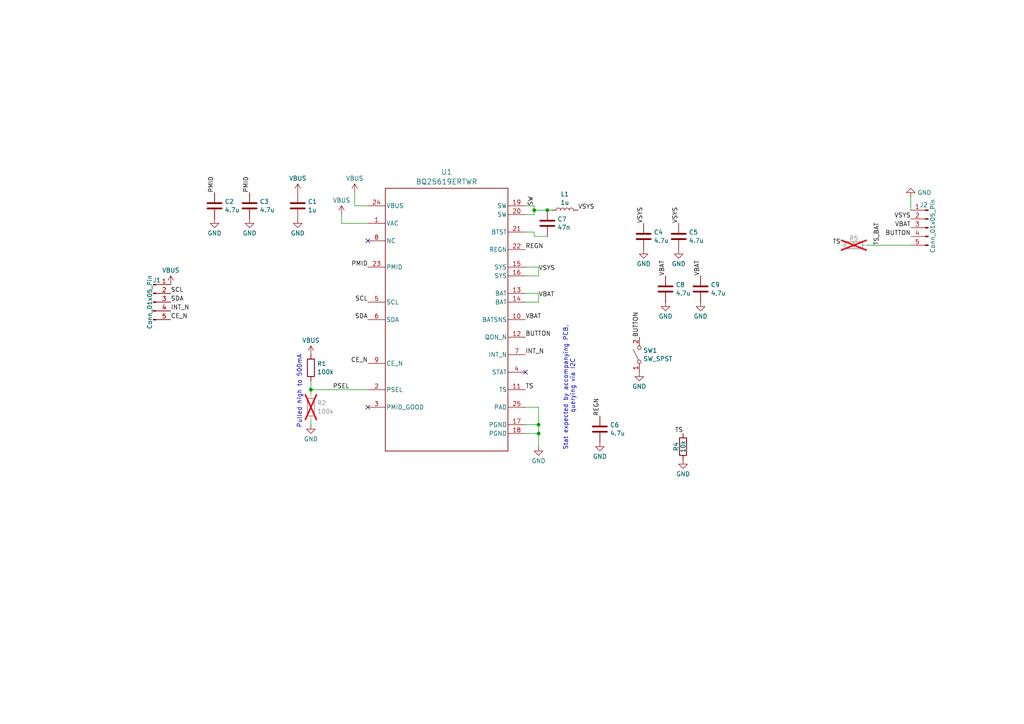
<source format=kicad_sch>
(kicad_sch
	(version 20250114)
	(generator "eeschema")
	(generator_version "9.0")
	(uuid "168724d5-94e3-4977-93b0-afa14ed6e82b")
	(paper "A4")
	(lib_symbols
		(symbol "Connector:Conn_01x05_Pin"
			(pin_names
				(offset 1.016)
				(hide yes)
			)
			(exclude_from_sim no)
			(in_bom yes)
			(on_board yes)
			(property "Reference" "J"
				(at 0 7.62 0)
				(effects
					(font
						(size 1.27 1.27)
					)
				)
			)
			(property "Value" "Conn_01x05_Pin"
				(at 0 -7.62 0)
				(effects
					(font
						(size 1.27 1.27)
					)
				)
			)
			(property "Footprint" ""
				(at 0 0 0)
				(effects
					(font
						(size 1.27 1.27)
					)
					(hide yes)
				)
			)
			(property "Datasheet" "~"
				(at 0 0 0)
				(effects
					(font
						(size 1.27 1.27)
					)
					(hide yes)
				)
			)
			(property "Description" "Generic connector, single row, 01x05, script generated"
				(at 0 0 0)
				(effects
					(font
						(size 1.27 1.27)
					)
					(hide yes)
				)
			)
			(property "ki_locked" ""
				(at 0 0 0)
				(effects
					(font
						(size 1.27 1.27)
					)
				)
			)
			(property "ki_keywords" "connector"
				(at 0 0 0)
				(effects
					(font
						(size 1.27 1.27)
					)
					(hide yes)
				)
			)
			(property "ki_fp_filters" "Connector*:*_1x??_*"
				(at 0 0 0)
				(effects
					(font
						(size 1.27 1.27)
					)
					(hide yes)
				)
			)
			(symbol "Conn_01x05_Pin_1_1"
				(rectangle
					(start 0.8636 5.207)
					(end 0 4.953)
					(stroke
						(width 0.1524)
						(type default)
					)
					(fill
						(type outline)
					)
				)
				(rectangle
					(start 0.8636 2.667)
					(end 0 2.413)
					(stroke
						(width 0.1524)
						(type default)
					)
					(fill
						(type outline)
					)
				)
				(rectangle
					(start 0.8636 0.127)
					(end 0 -0.127)
					(stroke
						(width 0.1524)
						(type default)
					)
					(fill
						(type outline)
					)
				)
				(rectangle
					(start 0.8636 -2.413)
					(end 0 -2.667)
					(stroke
						(width 0.1524)
						(type default)
					)
					(fill
						(type outline)
					)
				)
				(rectangle
					(start 0.8636 -4.953)
					(end 0 -5.207)
					(stroke
						(width 0.1524)
						(type default)
					)
					(fill
						(type outline)
					)
				)
				(polyline
					(pts
						(xy 1.27 5.08) (xy 0.8636 5.08)
					)
					(stroke
						(width 0.1524)
						(type default)
					)
					(fill
						(type none)
					)
				)
				(polyline
					(pts
						(xy 1.27 2.54) (xy 0.8636 2.54)
					)
					(stroke
						(width 0.1524)
						(type default)
					)
					(fill
						(type none)
					)
				)
				(polyline
					(pts
						(xy 1.27 0) (xy 0.8636 0)
					)
					(stroke
						(width 0.1524)
						(type default)
					)
					(fill
						(type none)
					)
				)
				(polyline
					(pts
						(xy 1.27 -2.54) (xy 0.8636 -2.54)
					)
					(stroke
						(width 0.1524)
						(type default)
					)
					(fill
						(type none)
					)
				)
				(polyline
					(pts
						(xy 1.27 -5.08) (xy 0.8636 -5.08)
					)
					(stroke
						(width 0.1524)
						(type default)
					)
					(fill
						(type none)
					)
				)
				(pin passive line
					(at 5.08 5.08 180)
					(length 3.81)
					(name "Pin_1"
						(effects
							(font
								(size 1.27 1.27)
							)
						)
					)
					(number "1"
						(effects
							(font
								(size 1.27 1.27)
							)
						)
					)
				)
				(pin passive line
					(at 5.08 2.54 180)
					(length 3.81)
					(name "Pin_2"
						(effects
							(font
								(size 1.27 1.27)
							)
						)
					)
					(number "2"
						(effects
							(font
								(size 1.27 1.27)
							)
						)
					)
				)
				(pin passive line
					(at 5.08 0 180)
					(length 3.81)
					(name "Pin_3"
						(effects
							(font
								(size 1.27 1.27)
							)
						)
					)
					(number "3"
						(effects
							(font
								(size 1.27 1.27)
							)
						)
					)
				)
				(pin passive line
					(at 5.08 -2.54 180)
					(length 3.81)
					(name "Pin_4"
						(effects
							(font
								(size 1.27 1.27)
							)
						)
					)
					(number "4"
						(effects
							(font
								(size 1.27 1.27)
							)
						)
					)
				)
				(pin passive line
					(at 5.08 -5.08 180)
					(length 3.81)
					(name "Pin_5"
						(effects
							(font
								(size 1.27 1.27)
							)
						)
					)
					(number "5"
						(effects
							(font
								(size 1.27 1.27)
							)
						)
					)
				)
			)
			(embedded_fonts no)
		)
		(symbol "Device:C"
			(pin_numbers
				(hide yes)
			)
			(pin_names
				(offset 0.254)
			)
			(exclude_from_sim no)
			(in_bom yes)
			(on_board yes)
			(property "Reference" "C"
				(at 0.635 2.54 0)
				(effects
					(font
						(size 1.27 1.27)
					)
					(justify left)
				)
			)
			(property "Value" "C"
				(at 0.635 -2.54 0)
				(effects
					(font
						(size 1.27 1.27)
					)
					(justify left)
				)
			)
			(property "Footprint" ""
				(at 0.9652 -3.81 0)
				(effects
					(font
						(size 1.27 1.27)
					)
					(hide yes)
				)
			)
			(property "Datasheet" "~"
				(at 0 0 0)
				(effects
					(font
						(size 1.27 1.27)
					)
					(hide yes)
				)
			)
			(property "Description" "Unpolarized capacitor"
				(at 0 0 0)
				(effects
					(font
						(size 1.27 1.27)
					)
					(hide yes)
				)
			)
			(property "ki_keywords" "cap capacitor"
				(at 0 0 0)
				(effects
					(font
						(size 1.27 1.27)
					)
					(hide yes)
				)
			)
			(property "ki_fp_filters" "C_*"
				(at 0 0 0)
				(effects
					(font
						(size 1.27 1.27)
					)
					(hide yes)
				)
			)
			(symbol "C_0_1"
				(polyline
					(pts
						(xy -2.032 0.762) (xy 2.032 0.762)
					)
					(stroke
						(width 0.508)
						(type default)
					)
					(fill
						(type none)
					)
				)
				(polyline
					(pts
						(xy -2.032 -0.762) (xy 2.032 -0.762)
					)
					(stroke
						(width 0.508)
						(type default)
					)
					(fill
						(type none)
					)
				)
			)
			(symbol "C_1_1"
				(pin passive line
					(at 0 3.81 270)
					(length 2.794)
					(name "~"
						(effects
							(font
								(size 1.27 1.27)
							)
						)
					)
					(number "1"
						(effects
							(font
								(size 1.27 1.27)
							)
						)
					)
				)
				(pin passive line
					(at 0 -3.81 90)
					(length 2.794)
					(name "~"
						(effects
							(font
								(size 1.27 1.27)
							)
						)
					)
					(number "2"
						(effects
							(font
								(size 1.27 1.27)
							)
						)
					)
				)
			)
			(embedded_fonts no)
		)
		(symbol "Device:L"
			(pin_numbers
				(hide yes)
			)
			(pin_names
				(offset 1.016)
				(hide yes)
			)
			(exclude_from_sim no)
			(in_bom yes)
			(on_board yes)
			(property "Reference" "L"
				(at -1.27 0 90)
				(effects
					(font
						(size 1.27 1.27)
					)
				)
			)
			(property "Value" "L"
				(at 1.905 0 90)
				(effects
					(font
						(size 1.27 1.27)
					)
				)
			)
			(property "Footprint" ""
				(at 0 0 0)
				(effects
					(font
						(size 1.27 1.27)
					)
					(hide yes)
				)
			)
			(property "Datasheet" "~"
				(at 0 0 0)
				(effects
					(font
						(size 1.27 1.27)
					)
					(hide yes)
				)
			)
			(property "Description" "Inductor"
				(at 0 0 0)
				(effects
					(font
						(size 1.27 1.27)
					)
					(hide yes)
				)
			)
			(property "ki_keywords" "inductor choke coil reactor magnetic"
				(at 0 0 0)
				(effects
					(font
						(size 1.27 1.27)
					)
					(hide yes)
				)
			)
			(property "ki_fp_filters" "Choke_* *Coil* Inductor_* L_*"
				(at 0 0 0)
				(effects
					(font
						(size 1.27 1.27)
					)
					(hide yes)
				)
			)
			(symbol "L_0_1"
				(arc
					(start 0 2.54)
					(mid 0.6323 1.905)
					(end 0 1.27)
					(stroke
						(width 0)
						(type default)
					)
					(fill
						(type none)
					)
				)
				(arc
					(start 0 1.27)
					(mid 0.6323 0.635)
					(end 0 0)
					(stroke
						(width 0)
						(type default)
					)
					(fill
						(type none)
					)
				)
				(arc
					(start 0 0)
					(mid 0.6323 -0.635)
					(end 0 -1.27)
					(stroke
						(width 0)
						(type default)
					)
					(fill
						(type none)
					)
				)
				(arc
					(start 0 -1.27)
					(mid 0.6323 -1.905)
					(end 0 -2.54)
					(stroke
						(width 0)
						(type default)
					)
					(fill
						(type none)
					)
				)
			)
			(symbol "L_1_1"
				(pin passive line
					(at 0 3.81 270)
					(length 1.27)
					(name "1"
						(effects
							(font
								(size 1.27 1.27)
							)
						)
					)
					(number "1"
						(effects
							(font
								(size 1.27 1.27)
							)
						)
					)
				)
				(pin passive line
					(at 0 -3.81 90)
					(length 1.27)
					(name "2"
						(effects
							(font
								(size 1.27 1.27)
							)
						)
					)
					(number "2"
						(effects
							(font
								(size 1.27 1.27)
							)
						)
					)
				)
			)
			(embedded_fonts no)
		)
		(symbol "Device:R"
			(pin_numbers
				(hide yes)
			)
			(pin_names
				(offset 0)
			)
			(exclude_from_sim no)
			(in_bom yes)
			(on_board yes)
			(property "Reference" "R"
				(at 2.032 0 90)
				(effects
					(font
						(size 1.27 1.27)
					)
				)
			)
			(property "Value" "R"
				(at 0 0 90)
				(effects
					(font
						(size 1.27 1.27)
					)
				)
			)
			(property "Footprint" ""
				(at -1.778 0 90)
				(effects
					(font
						(size 1.27 1.27)
					)
					(hide yes)
				)
			)
			(property "Datasheet" "~"
				(at 0 0 0)
				(effects
					(font
						(size 1.27 1.27)
					)
					(hide yes)
				)
			)
			(property "Description" "Resistor"
				(at 0 0 0)
				(effects
					(font
						(size 1.27 1.27)
					)
					(hide yes)
				)
			)
			(property "ki_keywords" "R res resistor"
				(at 0 0 0)
				(effects
					(font
						(size 1.27 1.27)
					)
					(hide yes)
				)
			)
			(property "ki_fp_filters" "R_*"
				(at 0 0 0)
				(effects
					(font
						(size 1.27 1.27)
					)
					(hide yes)
				)
			)
			(symbol "R_0_1"
				(rectangle
					(start -1.016 -2.54)
					(end 1.016 2.54)
					(stroke
						(width 0.254)
						(type default)
					)
					(fill
						(type none)
					)
				)
			)
			(symbol "R_1_1"
				(pin passive line
					(at 0 3.81 270)
					(length 1.27)
					(name "~"
						(effects
							(font
								(size 1.27 1.27)
							)
						)
					)
					(number "1"
						(effects
							(font
								(size 1.27 1.27)
							)
						)
					)
				)
				(pin passive line
					(at 0 -3.81 90)
					(length 1.27)
					(name "~"
						(effects
							(font
								(size 1.27 1.27)
							)
						)
					)
					(number "2"
						(effects
							(font
								(size 1.27 1.27)
							)
						)
					)
				)
			)
			(embedded_fonts no)
		)
		(symbol "New_Library:BQ25619ERTWR"
			(pin_names
				(offset 0.254)
			)
			(exclude_from_sim no)
			(in_bom yes)
			(on_board yes)
			(property "Reference" "U"
				(at 0 2.54 0)
				(effects
					(font
						(size 1.524 1.524)
					)
				)
			)
			(property "Value" "BQ25619ERTWR"
				(at 0 0 0)
				(effects
					(font
						(size 1.524 1.524)
					)
				)
			)
			(property "Footprint" "RTW0024P"
				(at 0 0 0)
				(effects
					(font
						(size 1.27 1.27)
						(italic yes)
					)
					(hide yes)
				)
			)
			(property "Datasheet" "https://www.ti.com/lit/gpn/bq25619e"
				(at 0 0 0)
				(effects
					(font
						(size 1.27 1.27)
						(italic yes)
					)
					(hide yes)
				)
			)
			(property "Description" ""
				(at 0 0 0)
				(effects
					(font
						(size 1.27 1.27)
					)
					(hide yes)
				)
			)
			(property "ki_locked" ""
				(at 0 0 0)
				(effects
					(font
						(size 1.27 1.27)
					)
				)
			)
			(property "ki_keywords" "BQ25619ERTWR"
				(at 0 0 0)
				(effects
					(font
						(size 1.27 1.27)
					)
					(hide yes)
				)
			)
			(property "ki_fp_filters" "RTW0024P"
				(at 0 0 0)
				(effects
					(font
						(size 1.27 1.27)
					)
					(hide yes)
				)
			)
			(symbol "BQ25619ERTWR_0_1"
				(polyline
					(pts
						(xy -17.78 38.1) (xy -17.78 -38.1)
					)
					(stroke
						(width 0.2032)
						(type default)
					)
					(fill
						(type none)
					)
				)
				(polyline
					(pts
						(xy -17.78 -38.1) (xy 17.78 -38.1)
					)
					(stroke
						(width 0.2032)
						(type default)
					)
					(fill
						(type none)
					)
				)
				(polyline
					(pts
						(xy 17.78 38.1) (xy -17.78 38.1)
					)
					(stroke
						(width 0.2032)
						(type default)
					)
					(fill
						(type none)
					)
				)
				(polyline
					(pts
						(xy 17.78 -38.1) (xy 17.78 38.1)
					)
					(stroke
						(width 0.2032)
						(type default)
					)
					(fill
						(type none)
					)
				)
				(pin power_in line
					(at -22.86 33.02 0)
					(length 5.08)
					(name "VBUS"
						(effects
							(font
								(size 1.27 1.27)
							)
						)
					)
					(number "24"
						(effects
							(font
								(size 1.27 1.27)
							)
						)
					)
				)
				(pin power_in line
					(at -22.86 27.94 0)
					(length 5.08)
					(name "VAC"
						(effects
							(font
								(size 1.27 1.27)
							)
						)
					)
					(number "1"
						(effects
							(font
								(size 1.27 1.27)
							)
						)
					)
				)
				(pin unspecified line
					(at -22.86 22.86 0)
					(length 5.08)
					(name "NC"
						(effects
							(font
								(size 1.27 1.27)
							)
						)
					)
					(number "8"
						(effects
							(font
								(size 1.27 1.27)
							)
						)
					)
				)
				(pin unspecified line
					(at -22.86 15.24 0)
					(length 5.08)
					(name "PMID"
						(effects
							(font
								(size 1.27 1.27)
							)
						)
					)
					(number "23"
						(effects
							(font
								(size 1.27 1.27)
							)
						)
					)
				)
				(pin unspecified line
					(at -22.86 5.08 0)
					(length 5.08)
					(name "SCL"
						(effects
							(font
								(size 1.27 1.27)
							)
						)
					)
					(number "5"
						(effects
							(font
								(size 1.27 1.27)
							)
						)
					)
				)
				(pin unspecified line
					(at -22.86 0 0)
					(length 5.08)
					(name "SDA"
						(effects
							(font
								(size 1.27 1.27)
							)
						)
					)
					(number "6"
						(effects
							(font
								(size 1.27 1.27)
							)
						)
					)
				)
				(pin unspecified line
					(at -22.86 -12.7 0)
					(length 5.08)
					(name "CE_N"
						(effects
							(font
								(size 1.27 1.27)
							)
						)
					)
					(number "9"
						(effects
							(font
								(size 1.27 1.27)
							)
						)
					)
				)
				(pin unspecified line
					(at -22.86 -20.32 0)
					(length 5.08)
					(name "PSEL"
						(effects
							(font
								(size 1.27 1.27)
							)
						)
					)
					(number "2"
						(effects
							(font
								(size 1.27 1.27)
							)
						)
					)
				)
				(pin unspecified line
					(at -22.86 -25.4 0)
					(length 5.08)
					(name "PMID_GOOD"
						(effects
							(font
								(size 1.27 1.27)
							)
						)
					)
					(number "3"
						(effects
							(font
								(size 1.27 1.27)
							)
						)
					)
				)
				(pin power_in line
					(at 22.86 33.02 180)
					(length 5.08)
					(name "SW"
						(effects
							(font
								(size 1.27 1.27)
							)
						)
					)
					(number "19"
						(effects
							(font
								(size 1.27 1.27)
							)
						)
					)
				)
				(pin power_in line
					(at 22.86 30.48 180)
					(length 5.08)
					(name "SW"
						(effects
							(font
								(size 1.27 1.27)
							)
						)
					)
					(number "20"
						(effects
							(font
								(size 1.27 1.27)
							)
						)
					)
				)
				(pin power_in line
					(at 22.86 25.4 180)
					(length 5.08)
					(name "BTST"
						(effects
							(font
								(size 1.27 1.27)
							)
						)
					)
					(number "21"
						(effects
							(font
								(size 1.27 1.27)
							)
						)
					)
				)
				(pin power_in line
					(at 22.86 20.32 180)
					(length 5.08)
					(name "REGN"
						(effects
							(font
								(size 1.27 1.27)
							)
						)
					)
					(number "22"
						(effects
							(font
								(size 1.27 1.27)
							)
						)
					)
				)
				(pin power_in line
					(at 22.86 15.24 180)
					(length 5.08)
					(name "SYS"
						(effects
							(font
								(size 1.27 1.27)
							)
						)
					)
					(number "15"
						(effects
							(font
								(size 1.27 1.27)
							)
						)
					)
				)
				(pin power_in line
					(at 22.86 12.7 180)
					(length 5.08)
					(name "SYS"
						(effects
							(font
								(size 1.27 1.27)
							)
						)
					)
					(number "16"
						(effects
							(font
								(size 1.27 1.27)
							)
						)
					)
				)
				(pin power_in line
					(at 22.86 7.62 180)
					(length 5.08)
					(name "BAT"
						(effects
							(font
								(size 1.27 1.27)
							)
						)
					)
					(number "13"
						(effects
							(font
								(size 1.27 1.27)
							)
						)
					)
				)
				(pin power_in line
					(at 22.86 5.08 180)
					(length 5.08)
					(name "BAT"
						(effects
							(font
								(size 1.27 1.27)
							)
						)
					)
					(number "14"
						(effects
							(font
								(size 1.27 1.27)
							)
						)
					)
				)
				(pin unspecified line
					(at 22.86 0 180)
					(length 5.08)
					(name "BATSNS"
						(effects
							(font
								(size 1.27 1.27)
							)
						)
					)
					(number "10"
						(effects
							(font
								(size 1.27 1.27)
							)
						)
					)
				)
				(pin unspecified line
					(at 22.86 -5.08 180)
					(length 5.08)
					(name "QON_N"
						(effects
							(font
								(size 1.27 1.27)
							)
						)
					)
					(number "12"
						(effects
							(font
								(size 1.27 1.27)
							)
						)
					)
				)
				(pin unspecified line
					(at 22.86 -10.16 180)
					(length 5.08)
					(name "INT_N"
						(effects
							(font
								(size 1.27 1.27)
							)
						)
					)
					(number "7"
						(effects
							(font
								(size 1.27 1.27)
							)
						)
					)
				)
				(pin unspecified line
					(at 22.86 -15.24 180)
					(length 5.08)
					(name "STAT"
						(effects
							(font
								(size 1.27 1.27)
							)
						)
					)
					(number "4"
						(effects
							(font
								(size 1.27 1.27)
							)
						)
					)
				)
				(pin unspecified line
					(at 22.86 -20.32 180)
					(length 5.08)
					(name "TS"
						(effects
							(font
								(size 1.27 1.27)
							)
						)
					)
					(number "11"
						(effects
							(font
								(size 1.27 1.27)
							)
						)
					)
				)
				(pin unspecified line
					(at 22.86 -25.4 180)
					(length 5.08)
					(name "PAD"
						(effects
							(font
								(size 1.27 1.27)
							)
						)
					)
					(number "25"
						(effects
							(font
								(size 1.27 1.27)
							)
						)
					)
				)
				(pin power_in line
					(at 22.86 -30.48 180)
					(length 5.08)
					(name "PGND"
						(effects
							(font
								(size 1.27 1.27)
							)
						)
					)
					(number "17"
						(effects
							(font
								(size 1.27 1.27)
							)
						)
					)
				)
				(pin power_in line
					(at 22.86 -33.02 180)
					(length 5.08)
					(name "PGND"
						(effects
							(font
								(size 1.27 1.27)
							)
						)
					)
					(number "18"
						(effects
							(font
								(size 1.27 1.27)
							)
						)
					)
				)
			)
			(embedded_fonts no)
		)
		(symbol "Switch:SW_SPST"
			(pin_names
				(offset 0)
				(hide yes)
			)
			(exclude_from_sim no)
			(in_bom yes)
			(on_board yes)
			(property "Reference" "SW"
				(at 0 3.175 0)
				(effects
					(font
						(size 1.27 1.27)
					)
				)
			)
			(property "Value" "SW_SPST"
				(at 0 -2.54 0)
				(effects
					(font
						(size 1.27 1.27)
					)
				)
			)
			(property "Footprint" ""
				(at 0 0 0)
				(effects
					(font
						(size 1.27 1.27)
					)
					(hide yes)
				)
			)
			(property "Datasheet" "~"
				(at 0 0 0)
				(effects
					(font
						(size 1.27 1.27)
					)
					(hide yes)
				)
			)
			(property "Description" "Single Pole Single Throw (SPST) switch"
				(at 0 0 0)
				(effects
					(font
						(size 1.27 1.27)
					)
					(hide yes)
				)
			)
			(property "ki_keywords" "switch lever"
				(at 0 0 0)
				(effects
					(font
						(size 1.27 1.27)
					)
					(hide yes)
				)
			)
			(symbol "SW_SPST_0_0"
				(circle
					(center -2.032 0)
					(radius 0.508)
					(stroke
						(width 0)
						(type default)
					)
					(fill
						(type none)
					)
				)
				(polyline
					(pts
						(xy -1.524 0.254) (xy 1.524 1.778)
					)
					(stroke
						(width 0)
						(type default)
					)
					(fill
						(type none)
					)
				)
				(circle
					(center 2.032 0)
					(radius 0.508)
					(stroke
						(width 0)
						(type default)
					)
					(fill
						(type none)
					)
				)
			)
			(symbol "SW_SPST_1_1"
				(pin passive line
					(at -5.08 0 0)
					(length 2.54)
					(name "A"
						(effects
							(font
								(size 1.27 1.27)
							)
						)
					)
					(number "1"
						(effects
							(font
								(size 1.27 1.27)
							)
						)
					)
				)
				(pin passive line
					(at 5.08 0 180)
					(length 2.54)
					(name "B"
						(effects
							(font
								(size 1.27 1.27)
							)
						)
					)
					(number "2"
						(effects
							(font
								(size 1.27 1.27)
							)
						)
					)
				)
			)
			(embedded_fonts no)
		)
		(symbol "power:GND"
			(power)
			(pin_numbers
				(hide yes)
			)
			(pin_names
				(offset 0)
				(hide yes)
			)
			(exclude_from_sim no)
			(in_bom yes)
			(on_board yes)
			(property "Reference" "#PWR"
				(at 0 -6.35 0)
				(effects
					(font
						(size 1.27 1.27)
					)
					(hide yes)
				)
			)
			(property "Value" "GND"
				(at 0 -3.81 0)
				(effects
					(font
						(size 1.27 1.27)
					)
				)
			)
			(property "Footprint" ""
				(at 0 0 0)
				(effects
					(font
						(size 1.27 1.27)
					)
					(hide yes)
				)
			)
			(property "Datasheet" ""
				(at 0 0 0)
				(effects
					(font
						(size 1.27 1.27)
					)
					(hide yes)
				)
			)
			(property "Description" "Power symbol creates a global label with name \"GND\" , ground"
				(at 0 0 0)
				(effects
					(font
						(size 1.27 1.27)
					)
					(hide yes)
				)
			)
			(property "ki_keywords" "global power"
				(at 0 0 0)
				(effects
					(font
						(size 1.27 1.27)
					)
					(hide yes)
				)
			)
			(symbol "GND_0_1"
				(polyline
					(pts
						(xy 0 0) (xy 0 -1.27) (xy 1.27 -1.27) (xy 0 -2.54) (xy -1.27 -1.27) (xy 0 -1.27)
					)
					(stroke
						(width 0)
						(type default)
					)
					(fill
						(type none)
					)
				)
			)
			(symbol "GND_1_1"
				(pin power_in line
					(at 0 0 270)
					(length 0)
					(name "~"
						(effects
							(font
								(size 1.27 1.27)
							)
						)
					)
					(number "1"
						(effects
							(font
								(size 1.27 1.27)
							)
						)
					)
				)
			)
			(embedded_fonts no)
		)
		(symbol "power:VBUS"
			(power)
			(pin_numbers
				(hide yes)
			)
			(pin_names
				(offset 0)
				(hide yes)
			)
			(exclude_from_sim no)
			(in_bom yes)
			(on_board yes)
			(property "Reference" "#PWR"
				(at 0 -3.81 0)
				(effects
					(font
						(size 1.27 1.27)
					)
					(hide yes)
				)
			)
			(property "Value" "VBUS"
				(at 0 3.556 0)
				(effects
					(font
						(size 1.27 1.27)
					)
				)
			)
			(property "Footprint" ""
				(at 0 0 0)
				(effects
					(font
						(size 1.27 1.27)
					)
					(hide yes)
				)
			)
			(property "Datasheet" ""
				(at 0 0 0)
				(effects
					(font
						(size 1.27 1.27)
					)
					(hide yes)
				)
			)
			(property "Description" "Power symbol creates a global label with name \"VBUS\""
				(at 0 0 0)
				(effects
					(font
						(size 1.27 1.27)
					)
					(hide yes)
				)
			)
			(property "ki_keywords" "global power"
				(at 0 0 0)
				(effects
					(font
						(size 1.27 1.27)
					)
					(hide yes)
				)
			)
			(symbol "VBUS_0_1"
				(polyline
					(pts
						(xy -0.762 1.27) (xy 0 2.54)
					)
					(stroke
						(width 0)
						(type default)
					)
					(fill
						(type none)
					)
				)
				(polyline
					(pts
						(xy 0 2.54) (xy 0.762 1.27)
					)
					(stroke
						(width 0)
						(type default)
					)
					(fill
						(type none)
					)
				)
				(polyline
					(pts
						(xy 0 0) (xy 0 2.54)
					)
					(stroke
						(width 0)
						(type default)
					)
					(fill
						(type none)
					)
				)
			)
			(symbol "VBUS_1_1"
				(pin power_in line
					(at 0 0 90)
					(length 0)
					(name "~"
						(effects
							(font
								(size 1.27 1.27)
							)
						)
					)
					(number "1"
						(effects
							(font
								(size 1.27 1.27)
							)
						)
					)
				)
			)
			(embedded_fonts no)
		)
	)
	(text "Pulled high to 500mA"
		(exclude_from_sim no)
		(at 86.868 113.538 90)
		(effects
			(font
				(size 1.27 1.27)
			)
		)
		(uuid "28e4ae33-1769-4e1c-a4e6-7ea9c99dc6e4")
	)
	(text "Stat expected by accompanying PCB, \nquerying via I2C"
		(exclude_from_sim no)
		(at 165.1 112.014 90)
		(effects
			(font
				(size 1.27 1.27)
			)
		)
		(uuid "781d3611-54f5-46c8-9bf3-75516a999b77")
	)
	(junction
		(at 90.17 113.03)
		(diameter 0)
		(color 0 0 0 0)
		(uuid "34a251ed-3e6d-45ff-b092-96b4524b1eb3")
	)
	(junction
		(at 158.75 60.96)
		(diameter 0)
		(color 0 0 0 0)
		(uuid "590d3a0f-d41d-448f-93d1-2444cbc5dab9")
	)
	(junction
		(at 154.94 60.96)
		(diameter 0)
		(color 0 0 0 0)
		(uuid "9b8f6bb2-fca2-4f31-a1af-60b2f4f34804")
	)
	(junction
		(at 156.21 123.19)
		(diameter 0)
		(color 0 0 0 0)
		(uuid "b2874361-23f9-4ba3-9bd2-d605467a736e")
	)
	(junction
		(at 156.21 125.73)
		(diameter 0)
		(color 0 0 0 0)
		(uuid "ff7ae105-d745-4582-b1c0-f28faa53ccf4")
	)
	(no_connect
		(at 106.68 69.85)
		(uuid "24f26184-0378-4fa3-942e-ece5953d2c4d")
	)
	(no_connect
		(at 106.68 118.11)
		(uuid "a4da7904-a098-4e92-be43-f7965d39de85")
	)
	(no_connect
		(at 152.4 107.95)
		(uuid "d98e65e2-da13-40f5-9c14-3aa5371f9bbb")
	)
	(wire
		(pts
			(xy 152.4 67.31) (xy 154.94 67.31)
		)
		(stroke
			(width 0)
			(type default)
		)
		(uuid "0adbe762-6551-4dff-9a45-b3710088c439")
	)
	(wire
		(pts
			(xy 99.06 62.23) (xy 99.06 64.77)
		)
		(stroke
			(width 0)
			(type default)
		)
		(uuid "13850216-5c08-49ba-9499-1f5a2103ccc6")
	)
	(wire
		(pts
			(xy 251.46 71.12) (xy 264.16 71.12)
		)
		(stroke
			(width 0)
			(type default)
		)
		(uuid "1da48fee-1b70-4092-ae28-576f03a89db0")
	)
	(wire
		(pts
			(xy 154.94 62.23) (xy 152.4 62.23)
		)
		(stroke
			(width 0)
			(type default)
		)
		(uuid "1f59a963-4af1-4ce3-8817-d7128dfdf6d2")
	)
	(wire
		(pts
			(xy 90.17 123.19) (xy 90.17 121.92)
		)
		(stroke
			(width 0)
			(type default)
		)
		(uuid "24f6899b-4672-4131-ae07-26961e4ff9e5")
	)
	(wire
		(pts
			(xy 152.4 118.11) (xy 156.21 118.11)
		)
		(stroke
			(width 0)
			(type default)
		)
		(uuid "2ecf4d86-5b68-4679-8c56-b99fa2cdf832")
	)
	(wire
		(pts
			(xy 156.21 80.01) (xy 152.4 80.01)
		)
		(stroke
			(width 0)
			(type default)
		)
		(uuid "2f3a5cd8-0831-4c60-a89c-67bce00bfe4c")
	)
	(wire
		(pts
			(xy 152.4 123.19) (xy 156.21 123.19)
		)
		(stroke
			(width 0)
			(type default)
		)
		(uuid "336e4b61-b2a0-4a95-9c62-2cbc1d134331")
	)
	(wire
		(pts
			(xy 154.94 60.96) (xy 154.94 62.23)
		)
		(stroke
			(width 0)
			(type default)
		)
		(uuid "463ea7bb-4965-4ca3-b687-950c74d8af65")
	)
	(wire
		(pts
			(xy 154.94 67.31) (xy 154.94 68.58)
		)
		(stroke
			(width 0)
			(type default)
		)
		(uuid "520dec99-9f99-4b7b-8467-ad6ec59efed1")
	)
	(wire
		(pts
			(xy 156.21 87.63) (xy 152.4 87.63)
		)
		(stroke
			(width 0)
			(type default)
		)
		(uuid "62228792-37cb-434e-bd5c-6d85d808249f")
	)
	(wire
		(pts
			(xy 90.17 113.03) (xy 90.17 110.49)
		)
		(stroke
			(width 0)
			(type default)
		)
		(uuid "661fbf6f-b859-4716-a90d-83eee2a4c8e3")
	)
	(wire
		(pts
			(xy 154.94 68.58) (xy 158.75 68.58)
		)
		(stroke
			(width 0)
			(type default)
		)
		(uuid "672046d6-8a8a-432f-8438-804e82ea7564")
	)
	(wire
		(pts
			(xy 154.94 59.69) (xy 154.94 60.96)
		)
		(stroke
			(width 0)
			(type default)
		)
		(uuid "695d0d8f-4edd-4143-90d8-dc4ee2ebb6a3")
	)
	(wire
		(pts
			(xy 90.17 114.3) (xy 90.17 113.03)
		)
		(stroke
			(width 0)
			(type default)
		)
		(uuid "71216735-cf7b-4fcd-98f7-05acf3e6d49c")
	)
	(wire
		(pts
			(xy 156.21 77.47) (xy 156.21 80.01)
		)
		(stroke
			(width 0)
			(type default)
		)
		(uuid "71598081-4a1d-4d3a-aa99-620aabfd9bcc")
	)
	(wire
		(pts
			(xy 152.4 85.09) (xy 156.21 85.09)
		)
		(stroke
			(width 0)
			(type default)
		)
		(uuid "7d0f8583-1985-4a6c-8345-026257431a54")
	)
	(wire
		(pts
			(xy 264.16 57.15) (xy 264.16 60.96)
		)
		(stroke
			(width 0)
			(type default)
		)
		(uuid "7f47bd24-0e45-4b80-9a08-a0b97173228c")
	)
	(wire
		(pts
			(xy 156.21 123.19) (xy 156.21 125.73)
		)
		(stroke
			(width 0)
			(type default)
		)
		(uuid "832ec16f-6e7d-48ad-9f35-2720fe911c90")
	)
	(wire
		(pts
			(xy 156.21 85.09) (xy 156.21 87.63)
		)
		(stroke
			(width 0)
			(type default)
		)
		(uuid "9510401e-9eee-4ff9-9989-e0f3c2529a84")
	)
	(wire
		(pts
			(xy 152.4 77.47) (xy 156.21 77.47)
		)
		(stroke
			(width 0)
			(type default)
		)
		(uuid "b6f4e450-b24c-4056-9bb1-f74a7b7475d6")
	)
	(wire
		(pts
			(xy 156.21 118.11) (xy 156.21 123.19)
		)
		(stroke
			(width 0)
			(type default)
		)
		(uuid "c84ee889-c8e6-43b0-9c78-60e20f5fe51d")
	)
	(wire
		(pts
			(xy 102.87 59.69) (xy 106.68 59.69)
		)
		(stroke
			(width 0)
			(type default)
		)
		(uuid "ca1206bc-cbc6-4f57-a55f-a972654434d3")
	)
	(wire
		(pts
			(xy 106.68 113.03) (xy 90.17 113.03)
		)
		(stroke
			(width 0)
			(type default)
		)
		(uuid "d08ac7f5-5e63-4fbe-b372-d736a55f89f3")
	)
	(wire
		(pts
			(xy 99.06 64.77) (xy 106.68 64.77)
		)
		(stroke
			(width 0)
			(type default)
		)
		(uuid "d7021249-fe78-4576-acfe-b55b2170892c")
	)
	(wire
		(pts
			(xy 102.87 55.88) (xy 102.87 59.69)
		)
		(stroke
			(width 0)
			(type default)
		)
		(uuid "dda8d37f-ceb2-4f93-a34c-eed54dd14094")
	)
	(wire
		(pts
			(xy 152.4 59.69) (xy 154.94 59.69)
		)
		(stroke
			(width 0)
			(type default)
		)
		(uuid "e1a0742b-d177-4dbf-98b3-245f03ac2fe8")
	)
	(wire
		(pts
			(xy 158.75 60.96) (xy 154.94 60.96)
		)
		(stroke
			(width 0)
			(type default)
		)
		(uuid "e25e19da-5e42-460f-98b9-9921f1c95bc5")
	)
	(wire
		(pts
			(xy 152.4 125.73) (xy 156.21 125.73)
		)
		(stroke
			(width 0)
			(type default)
		)
		(uuid "f1c0ba13-dfc6-47b4-81e8-3a2693561f30")
	)
	(wire
		(pts
			(xy 160.02 60.96) (xy 158.75 60.96)
		)
		(stroke
			(width 0)
			(type default)
		)
		(uuid "f25a186d-6236-4f3e-a2a4-d09e19afd70a")
	)
	(wire
		(pts
			(xy 156.21 125.73) (xy 156.21 129.54)
		)
		(stroke
			(width 0)
			(type default)
		)
		(uuid "f53c4f15-d73e-4c69-8057-7fb47d3831fd")
	)
	(label "VSYS"
		(at 196.85 64.77 90)
		(effects
			(font
				(size 1.27 1.27)
			)
			(justify left bottom)
		)
		(uuid "0953c445-01e3-4d1a-84f3-408d60def98c")
	)
	(label "CE_N"
		(at 106.68 105.41 180)
		(effects
			(font
				(size 1.27 1.27)
			)
			(justify right bottom)
		)
		(uuid "185bf422-d241-4f45-9244-8bec24917b90")
	)
	(label "TS"
		(at 243.84 71.12 180)
		(effects
			(font
				(size 1.27 1.27)
			)
			(justify right bottom)
		)
		(uuid "1b9886a3-2ca6-47c9-8363-665435a04780")
	)
	(label "VSYS"
		(at 167.64 60.96 0)
		(effects
			(font
				(size 1.27 1.27)
			)
			(justify left bottom)
		)
		(uuid "1cb91315-8457-4c45-8f3e-8bf912245995")
	)
	(label "VSYS"
		(at 186.69 64.77 90)
		(effects
			(font
				(size 1.27 1.27)
			)
			(justify left bottom)
		)
		(uuid "23c8f702-3318-4ecc-be04-c40fc4adc610")
	)
	(label "TS"
		(at 198.12 125.73 180)
		(effects
			(font
				(size 1.27 1.27)
			)
			(justify right bottom)
		)
		(uuid "2f06167e-d640-4663-a161-c64df1bd35f3")
	)
	(label "VSYS"
		(at 264.16 63.5 180)
		(effects
			(font
				(size 1.27 1.27)
			)
			(justify right bottom)
		)
		(uuid "2f12f933-eb85-48b9-ab63-05ffefde2b5f")
	)
	(label "VBAT"
		(at 203.2 80.01 90)
		(effects
			(font
				(size 1.27 1.27)
			)
			(justify left bottom)
		)
		(uuid "36b718d5-c6f0-450c-acf7-e6ede51c447e")
	)
	(label "BUTTON"
		(at 152.4 97.79 0)
		(effects
			(font
				(size 1.27 1.27)
			)
			(justify left bottom)
		)
		(uuid "43c83e9e-3983-404c-91a2-70b04af1e09a")
	)
	(label "SCL"
		(at 106.68 87.63 180)
		(effects
			(font
				(size 1.27 1.27)
			)
			(justify right bottom)
		)
		(uuid "44278100-4f23-4e44-939b-ce40bf3200b2")
	)
	(label "VSYS"
		(at 156.21 78.74 0)
		(effects
			(font
				(size 1.27 1.27)
			)
			(justify left bottom)
		)
		(uuid "4446b65c-6894-49fb-80ff-04dff386ac5e")
	)
	(label "BUTTON"
		(at 264.16 68.58 180)
		(effects
			(font
				(size 1.27 1.27)
			)
			(justify right bottom)
		)
		(uuid "4b428ed3-5b6a-42bb-b411-b5ead82e366a")
	)
	(label "REGN"
		(at 173.99 120.65 90)
		(effects
			(font
				(size 1.27 1.27)
			)
			(justify left bottom)
		)
		(uuid "4be940b8-ed0f-4a05-95c5-9b6935514a6f")
	)
	(label "INT_N"
		(at 152.4 102.87 0)
		(effects
			(font
				(size 1.27 1.27)
			)
			(justify left bottom)
		)
		(uuid "54579a4f-aa8f-4776-bb04-e69d284713e8")
	)
	(label "SW"
		(at 154.94 59.69 90)
		(effects
			(font
				(size 1.27 1.27)
			)
			(justify left bottom)
		)
		(uuid "613c0e4f-fa66-4cbe-b0fb-ec1b06a84210")
	)
	(label "PMID"
		(at 72.39 55.88 90)
		(effects
			(font
				(size 1.27 1.27)
			)
			(justify left bottom)
		)
		(uuid "6452b069-1aee-4aed-98b7-6376e833be07")
	)
	(label "VBAT"
		(at 156.21 86.36 0)
		(effects
			(font
				(size 1.27 1.27)
			)
			(justify left bottom)
		)
		(uuid "651c9804-561b-47e4-99e3-dcb7a69cfe98")
	)
	(label "PSEL"
		(at 96.52 113.03 0)
		(effects
			(font
				(size 1.27 1.27)
			)
			(justify left bottom)
		)
		(uuid "66b35649-5843-4595-875c-a7ee87eb939d")
	)
	(label "INT_N"
		(at 49.53 90.17 0)
		(effects
			(font
				(size 1.27 1.27)
			)
			(justify left bottom)
		)
		(uuid "81349a9e-5ed7-4780-a091-916dd43f12b9")
	)
	(label "PMID"
		(at 106.68 77.47 180)
		(effects
			(font
				(size 1.27 1.27)
			)
			(justify right bottom)
		)
		(uuid "924614ff-ce16-405a-a23f-ebdeb604edca")
	)
	(label "TS_BAT"
		(at 255.27 71.12 90)
		(effects
			(font
				(size 1.27 1.27)
			)
			(justify left bottom)
		)
		(uuid "95f3cf80-d04a-4a44-916f-77a72e704f22")
	)
	(label "PMID"
		(at 62.23 55.88 90)
		(effects
			(font
				(size 1.27 1.27)
			)
			(justify left bottom)
		)
		(uuid "a3dda267-1a98-4441-a9a4-b99e9e887656")
	)
	(label "SCL"
		(at 49.53 85.09 0)
		(effects
			(font
				(size 1.27 1.27)
			)
			(justify left bottom)
		)
		(uuid "a5c4ce32-57c4-4da0-9094-bd7c2d4dbb6f")
	)
	(label "VBAT"
		(at 152.4 92.71 0)
		(effects
			(font
				(size 1.27 1.27)
			)
			(justify left bottom)
		)
		(uuid "c2963d56-af9c-4ea6-bbef-b8421dccc4d2")
	)
	(label "VBAT"
		(at 264.16 66.04 180)
		(effects
			(font
				(size 1.27 1.27)
			)
			(justify right bottom)
		)
		(uuid "cb722c64-bbce-4709-b65c-ed6b3cf61ad7")
	)
	(label "TS"
		(at 152.4 113.03 0)
		(effects
			(font
				(size 1.27 1.27)
			)
			(justify left bottom)
		)
		(uuid "cf4159e9-7e41-4639-8a60-0965a31abc73")
	)
	(label "CE_N"
		(at 49.53 92.71 0)
		(effects
			(font
				(size 1.27 1.27)
			)
			(justify left bottom)
		)
		(uuid "dcd3b23d-d74c-42a9-a560-2edc4bea0e25")
	)
	(label "VBAT"
		(at 193.04 80.01 90)
		(effects
			(font
				(size 1.27 1.27)
			)
			(justify left bottom)
		)
		(uuid "dd6d9a0f-26dc-4122-9911-071a7b39d94d")
	)
	(label "BUTTON"
		(at 185.42 97.79 90)
		(effects
			(font
				(size 1.27 1.27)
			)
			(justify left bottom)
		)
		(uuid "ef467652-b6a3-456e-ac8d-0f768ebc4e3a")
	)
	(label "SDA"
		(at 106.68 92.71 180)
		(effects
			(font
				(size 1.27 1.27)
			)
			(justify right bottom)
		)
		(uuid "f050b70d-48b6-483f-8059-fb823f71c7ea")
	)
	(label "SDA"
		(at 49.53 87.63 0)
		(effects
			(font
				(size 1.27 1.27)
			)
			(justify left bottom)
		)
		(uuid "f8cf2b08-2733-4e8e-8ccc-b8a9bf044785")
	)
	(label "REGN"
		(at 152.4 72.39 0)
		(effects
			(font
				(size 1.27 1.27)
			)
			(justify left bottom)
		)
		(uuid "f93c7c9f-1b8c-4f77-8fb4-7dc7e4961c5c")
	)
	(symbol
		(lib_id "Device:C")
		(at 86.36 59.69 0)
		(unit 1)
		(exclude_from_sim no)
		(in_bom yes)
		(on_board yes)
		(dnp no)
		(fields_autoplaced yes)
		(uuid "01191d96-35a9-44e9-9057-0215bcda52b1")
		(property "Reference" "C1"
			(at 89.281 58.4778 0)
			(effects
				(font
					(size 1.27 1.27)
				)
				(justify left)
			)
		)
		(property "Value" "1u"
			(at 89.281 60.9021 0)
			(effects
				(font
					(size 1.27 1.27)
				)
				(justify left)
			)
		)
		(property "Footprint" "Capacitor_SMD:C_0402_1005Metric"
			(at 87.3252 63.5 0)
			(effects
				(font
					(size 1.27 1.27)
				)
				(hide yes)
			)
		)
		(property "Datasheet" "~"
			(at 86.36 59.69 0)
			(effects
				(font
					(size 1.27 1.27)
				)
				(hide yes)
			)
		)
		(property "Description" "Unpolarized capacitor"
			(at 86.36 59.69 0)
			(effects
				(font
					(size 1.27 1.27)
				)
				(hide yes)
			)
		)
		(pin "2"
			(uuid "2967969d-303a-435f-9b71-34cf2cd4a14c")
		)
		(pin "1"
			(uuid "386bc559-48a9-43ec-982a-1203e93baf3e")
		)
		(instances
			(project ""
				(path "/168724d5-94e3-4977-93b0-afa14ed6e82b"
					(reference "C1")
					(unit 1)
				)
			)
		)
	)
	(symbol
		(lib_id "power:VBUS")
		(at 99.06 62.23 0)
		(unit 1)
		(exclude_from_sim no)
		(in_bom yes)
		(on_board yes)
		(dnp no)
		(fields_autoplaced yes)
		(uuid "01b64a70-f090-4fb7-975f-a653f48d259d")
		(property "Reference" "#PWR019"
			(at 99.06 66.04 0)
			(effects
				(font
					(size 1.27 1.27)
				)
				(hide yes)
			)
		)
		(property "Value" "VBUS"
			(at 99.06 58.0969 0)
			(effects
				(font
					(size 1.27 1.27)
				)
			)
		)
		(property "Footprint" ""
			(at 99.06 62.23 0)
			(effects
				(font
					(size 1.27 1.27)
				)
				(hide yes)
			)
		)
		(property "Datasheet" ""
			(at 99.06 62.23 0)
			(effects
				(font
					(size 1.27 1.27)
				)
				(hide yes)
			)
		)
		(property "Description" "Power symbol creates a global label with name \"VBUS\""
			(at 99.06 62.23 0)
			(effects
				(font
					(size 1.27 1.27)
				)
				(hide yes)
			)
		)
		(pin "1"
			(uuid "83ec4033-c8fd-468b-8024-c7de33ace50a")
		)
		(instances
			(project "BatteryBoard"
				(path "/168724d5-94e3-4977-93b0-afa14ed6e82b"
					(reference "#PWR019")
					(unit 1)
				)
			)
		)
	)
	(symbol
		(lib_id "power:GND")
		(at 62.23 63.5 0)
		(unit 1)
		(exclude_from_sim no)
		(in_bom yes)
		(on_board yes)
		(dnp no)
		(fields_autoplaced yes)
		(uuid "03971873-9aee-4650-884d-50ebddb9ea34")
		(property "Reference" "#PWR07"
			(at 62.23 69.85 0)
			(effects
				(font
					(size 1.27 1.27)
				)
				(hide yes)
			)
		)
		(property "Value" "GND"
			(at 62.23 67.6331 0)
			(effects
				(font
					(size 1.27 1.27)
				)
			)
		)
		(property "Footprint" ""
			(at 62.23 63.5 0)
			(effects
				(font
					(size 1.27 1.27)
				)
				(hide yes)
			)
		)
		(property "Datasheet" ""
			(at 62.23 63.5 0)
			(effects
				(font
					(size 1.27 1.27)
				)
				(hide yes)
			)
		)
		(property "Description" "Power symbol creates a global label with name \"GND\" , ground"
			(at 62.23 63.5 0)
			(effects
				(font
					(size 1.27 1.27)
				)
				(hide yes)
			)
		)
		(pin "1"
			(uuid "30c32e27-5a6a-4116-8472-881dfbee00ae")
		)
		(instances
			(project "BatteryBoard"
				(path "/168724d5-94e3-4977-93b0-afa14ed6e82b"
					(reference "#PWR07")
					(unit 1)
				)
			)
		)
	)
	(symbol
		(lib_id "Device:C")
		(at 196.85 68.58 0)
		(unit 1)
		(exclude_from_sim no)
		(in_bom yes)
		(on_board yes)
		(dnp no)
		(fields_autoplaced yes)
		(uuid "0457f5df-ebd2-4a06-9dd0-bc8435f5266a")
		(property "Reference" "C5"
			(at 199.771 67.3678 0)
			(effects
				(font
					(size 1.27 1.27)
				)
				(justify left)
			)
		)
		(property "Value" "4.7u"
			(at 199.771 69.7921 0)
			(effects
				(font
					(size 1.27 1.27)
				)
				(justify left)
			)
		)
		(property "Footprint" "Capacitor_SMD:C_0402_1005Metric"
			(at 197.8152 72.39 0)
			(effects
				(font
					(size 1.27 1.27)
				)
				(hide yes)
			)
		)
		(property "Datasheet" "~"
			(at 196.85 68.58 0)
			(effects
				(font
					(size 1.27 1.27)
				)
				(hide yes)
			)
		)
		(property "Description" "CL05A475MO5NUNC"
			(at 196.85 68.58 0)
			(effects
				(font
					(size 1.27 1.27)
				)
				(hide yes)
			)
		)
		(pin "2"
			(uuid "29e9ade0-4166-4398-8da8-97237c454ef2")
		)
		(pin "1"
			(uuid "46cb88b1-d4e6-419b-a71b-38e0d97f8b6c")
		)
		(instances
			(project "BatteryBoard"
				(path "/168724d5-94e3-4977-93b0-afa14ed6e82b"
					(reference "C5")
					(unit 1)
				)
			)
		)
	)
	(symbol
		(lib_id "Device:R")
		(at 198.12 129.54 180)
		(unit 1)
		(exclude_from_sim no)
		(in_bom yes)
		(on_board yes)
		(dnp no)
		(uuid "1268a5e7-486f-4fce-9937-cfd9a5a6a99b")
		(property "Reference" "R4"
			(at 196.088 129.54 90)
			(effects
				(font
					(size 1.27 1.27)
				)
			)
		)
		(property "Value" "10k"
			(at 198.12 129.54 90)
			(effects
				(font
					(size 1.27 1.27)
				)
			)
		)
		(property "Footprint" "Resistor_SMD:R_0402_1005Metric"
			(at 199.898 129.54 90)
			(effects
				(font
					(size 1.27 1.27)
				)
				(hide yes)
			)
		)
		(property "Datasheet" "~"
			(at 198.12 129.54 0)
			(effects
				(font
					(size 1.27 1.27)
				)
				(hide yes)
			)
		)
		(property "Description" "Resistor"
			(at 198.12 129.54 0)
			(effects
				(font
					(size 1.27 1.27)
				)
				(hide yes)
			)
		)
		(pin "2"
			(uuid "b4014aa7-eecd-49ee-805f-fabf88da27a0")
		)
		(pin "1"
			(uuid "dd7b33eb-2875-46c0-8a71-09f2ebc04bd5")
		)
		(instances
			(project "BatteryBoard"
				(path "/168724d5-94e3-4977-93b0-afa14ed6e82b"
					(reference "R4")
					(unit 1)
				)
			)
		)
	)
	(symbol
		(lib_id "power:GND")
		(at 264.16 57.15 180)
		(unit 1)
		(exclude_from_sim no)
		(in_bom yes)
		(on_board yes)
		(dnp no)
		(fields_autoplaced yes)
		(uuid "194108ec-a87b-4b9c-8009-0a428dffefe0")
		(property "Reference" "#PWR017"
			(at 264.16 50.8 0)
			(effects
				(font
					(size 1.27 1.27)
				)
				(hide yes)
			)
		)
		(property "Value" "GND"
			(at 266.065 55.88 0)
			(effects
				(font
					(size 1.27 1.27)
				)
				(justify right)
			)
		)
		(property "Footprint" ""
			(at 264.16 57.15 0)
			(effects
				(font
					(size 1.27 1.27)
				)
				(hide yes)
			)
		)
		(property "Datasheet" ""
			(at 264.16 57.15 0)
			(effects
				(font
					(size 1.27 1.27)
				)
				(hide yes)
			)
		)
		(property "Description" "Power symbol creates a global label with name \"GND\" , ground"
			(at 264.16 57.15 0)
			(effects
				(font
					(size 1.27 1.27)
				)
				(hide yes)
			)
		)
		(pin "1"
			(uuid "e312a1f4-f7fe-4595-97db-8f821621fa8a")
		)
		(instances
			(project "BatteryBoard"
				(path "/168724d5-94e3-4977-93b0-afa14ed6e82b"
					(reference "#PWR017")
					(unit 1)
				)
			)
		)
	)
	(symbol
		(lib_id "Device:R")
		(at 90.17 106.68 0)
		(unit 1)
		(exclude_from_sim no)
		(in_bom yes)
		(on_board yes)
		(dnp no)
		(fields_autoplaced yes)
		(uuid "1b02f6a3-2c00-45b9-b4b5-3f12985f3a89")
		(property "Reference" "R1"
			(at 91.948 105.4678 0)
			(effects
				(font
					(size 1.27 1.27)
				)
				(justify left)
			)
		)
		(property "Value" "100k"
			(at 91.948 107.8921 0)
			(effects
				(font
					(size 1.27 1.27)
				)
				(justify left)
			)
		)
		(property "Footprint" "Resistor_SMD:R_0402_1005Metric"
			(at 88.392 106.68 90)
			(effects
				(font
					(size 1.27 1.27)
				)
				(hide yes)
			)
		)
		(property "Datasheet" "~"
			(at 90.17 106.68 0)
			(effects
				(font
					(size 1.27 1.27)
				)
				(hide yes)
			)
		)
		(property "Description" "Resistor"
			(at 90.17 106.68 0)
			(effects
				(font
					(size 1.27 1.27)
				)
				(hide yes)
			)
		)
		(pin "1"
			(uuid "bea614cf-8c8d-4cdd-952f-3776f87da6cf")
		)
		(pin "2"
			(uuid "ac0eff65-7e98-4fcd-857f-4fcc46037f69")
		)
		(instances
			(project ""
				(path "/168724d5-94e3-4977-93b0-afa14ed6e82b"
					(reference "R1")
					(unit 1)
				)
			)
		)
	)
	(symbol
		(lib_id "Switch:SW_SPST")
		(at 185.42 102.87 90)
		(unit 1)
		(exclude_from_sim no)
		(in_bom yes)
		(on_board yes)
		(dnp no)
		(fields_autoplaced yes)
		(uuid "1efe20de-9259-4f66-a99a-4d857c5d2c46")
		(property "Reference" "SW1"
			(at 186.563 101.6578 90)
			(effects
				(font
					(size 1.27 1.27)
				)
				(justify right)
			)
		)
		(property "Value" "SW_SPST"
			(at 186.563 104.0821 90)
			(effects
				(font
					(size 1.27 1.27)
				)
				(justify right)
			)
		)
		(property "Footprint" "Library:NANOT 240 AS"
			(at 185.42 102.87 0)
			(effects
				(font
					(size 1.27 1.27)
				)
				(hide yes)
			)
		)
		(property "Datasheet" "~"
			(at 185.42 102.87 0)
			(effects
				(font
					(size 1.27 1.27)
				)
				(hide yes)
			)
		)
		(property "Description" "NANOT 240 AS"
			(at 185.42 102.87 0)
			(effects
				(font
					(size 1.27 1.27)
				)
				(hide yes)
			)
		)
		(pin "1"
			(uuid "99e803bf-639b-430c-aa36-add9e15323b2")
		)
		(pin "2"
			(uuid "51222684-2281-4234-936e-f66f9d9db78a")
		)
		(instances
			(project ""
				(path "/168724d5-94e3-4977-93b0-afa14ed6e82b"
					(reference "SW1")
					(unit 1)
				)
			)
		)
	)
	(symbol
		(lib_id "Connector:Conn_01x05_Pin")
		(at 44.45 87.63 0)
		(unit 1)
		(exclude_from_sim no)
		(in_bom yes)
		(on_board yes)
		(dnp no)
		(uuid "20fcce7b-5db5-4f4b-9bc7-aaafc82c08e0")
		(property "Reference" "J1"
			(at 45.466 81.28 0)
			(effects
				(font
					(size 1.27 1.27)
				)
			)
		)
		(property "Value" "Conn_01x05_Pin"
			(at 43.434 87.63 90)
			(effects
				(font
					(size 1.27 1.27)
				)
			)
		)
		(property "Footprint" "Library:5_Castellated"
			(at 44.45 87.63 0)
			(effects
				(font
					(size 1.27 1.27)
				)
				(hide yes)
			)
		)
		(property "Datasheet" "~"
			(at 44.45 87.63 0)
			(effects
				(font
					(size 1.27 1.27)
				)
				(hide yes)
			)
		)
		(property "Description" "Generic connector, single row, 01x05, script generated"
			(at 44.45 87.63 0)
			(effects
				(font
					(size 1.27 1.27)
				)
				(hide yes)
			)
		)
		(pin "1"
			(uuid "22dc6218-a03f-4435-8925-0dabe6a3ca95")
		)
		(pin "2"
			(uuid "b321ade9-623f-422f-b847-b398c7bdc4fa")
		)
		(pin "3"
			(uuid "4dfef414-7b85-4665-968f-19e583d46728")
		)
		(pin "4"
			(uuid "1a4817b6-bdce-44c2-8e6c-a79024b2be8e")
		)
		(pin "5"
			(uuid "f6e3b986-b827-4b9b-bce3-20bb2b5bedeb")
		)
		(instances
			(project ""
				(path "/168724d5-94e3-4977-93b0-afa14ed6e82b"
					(reference "J1")
					(unit 1)
				)
			)
		)
	)
	(symbol
		(lib_id "power:VBUS")
		(at 102.87 55.88 0)
		(unit 1)
		(exclude_from_sim no)
		(in_bom yes)
		(on_board yes)
		(dnp no)
		(fields_autoplaced yes)
		(uuid "30aabe3f-f4a5-4e81-9bb9-a05dacaf0d91")
		(property "Reference" "#PWR02"
			(at 102.87 59.69 0)
			(effects
				(font
					(size 1.27 1.27)
				)
				(hide yes)
			)
		)
		(property "Value" "VBUS"
			(at 102.87 51.7469 0)
			(effects
				(font
					(size 1.27 1.27)
				)
			)
		)
		(property "Footprint" ""
			(at 102.87 55.88 0)
			(effects
				(font
					(size 1.27 1.27)
				)
				(hide yes)
			)
		)
		(property "Datasheet" ""
			(at 102.87 55.88 0)
			(effects
				(font
					(size 1.27 1.27)
				)
				(hide yes)
			)
		)
		(property "Description" "Power symbol creates a global label with name \"VBUS\""
			(at 102.87 55.88 0)
			(effects
				(font
					(size 1.27 1.27)
				)
				(hide yes)
			)
		)
		(pin "1"
			(uuid "07c1d493-c7cc-475f-8b54-bb1b96169ec2")
		)
		(instances
			(project ""
				(path "/168724d5-94e3-4977-93b0-afa14ed6e82b"
					(reference "#PWR02")
					(unit 1)
				)
			)
		)
	)
	(symbol
		(lib_id "power:GND")
		(at 186.69 72.39 0)
		(unit 1)
		(exclude_from_sim no)
		(in_bom yes)
		(on_board yes)
		(dnp no)
		(fields_autoplaced yes)
		(uuid "35a1d748-c378-4ce4-9d17-ecec9df4ed74")
		(property "Reference" "#PWR09"
			(at 186.69 78.74 0)
			(effects
				(font
					(size 1.27 1.27)
				)
				(hide yes)
			)
		)
		(property "Value" "GND"
			(at 186.69 76.5231 0)
			(effects
				(font
					(size 1.27 1.27)
				)
			)
		)
		(property "Footprint" ""
			(at 186.69 72.39 0)
			(effects
				(font
					(size 1.27 1.27)
				)
				(hide yes)
			)
		)
		(property "Datasheet" ""
			(at 186.69 72.39 0)
			(effects
				(font
					(size 1.27 1.27)
				)
				(hide yes)
			)
		)
		(property "Description" "Power symbol creates a global label with name \"GND\" , ground"
			(at 186.69 72.39 0)
			(effects
				(font
					(size 1.27 1.27)
				)
				(hide yes)
			)
		)
		(pin "1"
			(uuid "ccc14a3a-1fc9-4c4d-b0db-da0838dd07cc")
		)
		(instances
			(project "BatteryBoard"
				(path "/168724d5-94e3-4977-93b0-afa14ed6e82b"
					(reference "#PWR09")
					(unit 1)
				)
			)
		)
	)
	(symbol
		(lib_id "Device:C")
		(at 158.75 64.77 0)
		(unit 1)
		(exclude_from_sim no)
		(in_bom yes)
		(on_board yes)
		(dnp no)
		(fields_autoplaced yes)
		(uuid "4ab5cc15-a949-42d6-88bd-7f44a616d195")
		(property "Reference" "C7"
			(at 161.671 63.5578 0)
			(effects
				(font
					(size 1.27 1.27)
				)
				(justify left)
			)
		)
		(property "Value" "47n"
			(at 161.671 65.9821 0)
			(effects
				(font
					(size 1.27 1.27)
				)
				(justify left)
			)
		)
		(property "Footprint" "Capacitor_SMD:C_0402_1005Metric"
			(at 159.7152 68.58 0)
			(effects
				(font
					(size 1.27 1.27)
				)
				(hide yes)
			)
		)
		(property "Datasheet" "~"
			(at 158.75 64.77 0)
			(effects
				(font
					(size 1.27 1.27)
				)
				(hide yes)
			)
		)
		(property "Description" "Unpolarized capacitor"
			(at 158.75 64.77 0)
			(effects
				(font
					(size 1.27 1.27)
				)
				(hide yes)
			)
		)
		(pin "1"
			(uuid "84855d0b-0c7c-4999-a859-f19cb7b659ad")
		)
		(pin "2"
			(uuid "1f26493e-30d4-4d1b-93e1-4d0b453a92f2")
		)
		(instances
			(project ""
				(path "/168724d5-94e3-4977-93b0-afa14ed6e82b"
					(reference "C7")
					(unit 1)
				)
			)
		)
	)
	(symbol
		(lib_id "Device:C")
		(at 72.39 59.69 0)
		(unit 1)
		(exclude_from_sim no)
		(in_bom yes)
		(on_board yes)
		(dnp no)
		(fields_autoplaced yes)
		(uuid "4d57acfb-3998-4679-94ba-b5664f2a3007")
		(property "Reference" "C3"
			(at 75.311 58.4778 0)
			(effects
				(font
					(size 1.27 1.27)
				)
				(justify left)
			)
		)
		(property "Value" "4.7u"
			(at 75.311 60.9021 0)
			(effects
				(font
					(size 1.27 1.27)
				)
				(justify left)
			)
		)
		(property "Footprint" "Capacitor_SMD:C_0402_1005Metric"
			(at 73.3552 63.5 0)
			(effects
				(font
					(size 1.27 1.27)
				)
				(hide yes)
			)
		)
		(property "Datasheet" "~"
			(at 72.39 59.69 0)
			(effects
				(font
					(size 1.27 1.27)
				)
				(hide yes)
			)
		)
		(property "Description" "CL05A475MO5NUNC"
			(at 72.39 59.69 0)
			(effects
				(font
					(size 1.27 1.27)
				)
				(hide yes)
			)
		)
		(pin "2"
			(uuid "21842674-8688-4ab0-bed4-f5e713dd2e4a")
		)
		(pin "1"
			(uuid "c9fb0d8d-d8a2-4816-bf1f-83b6e7dae614")
		)
		(instances
			(project "BatteryBoard"
				(path "/168724d5-94e3-4977-93b0-afa14ed6e82b"
					(reference "C3")
					(unit 1)
				)
			)
		)
	)
	(symbol
		(lib_id "Connector:Conn_01x05_Pin")
		(at 269.24 66.04 0)
		(mirror y)
		(unit 1)
		(exclude_from_sim no)
		(in_bom yes)
		(on_board yes)
		(dnp no)
		(uuid "501af975-3e67-4613-877f-275dc957a370")
		(property "Reference" "J2"
			(at 266.7 59.436 0)
			(effects
				(font
					(size 1.27 1.27)
				)
				(justify right)
			)
		)
		(property "Value" "Conn_01x05_Pin"
			(at 270.51 57.658 90)
			(effects
				(font
					(size 1.27 1.27)
				)
				(justify right)
			)
		)
		(property "Footprint" "Library:5_Castellated"
			(at 269.24 66.04 0)
			(effects
				(font
					(size 1.27 1.27)
				)
				(hide yes)
			)
		)
		(property "Datasheet" "~"
			(at 269.24 66.04 0)
			(effects
				(font
					(size 1.27 1.27)
				)
				(hide yes)
			)
		)
		(property "Description" "Generic connector, single row, 01x05, script generated"
			(at 269.24 66.04 0)
			(effects
				(font
					(size 1.27 1.27)
				)
				(hide yes)
			)
		)
		(pin "1"
			(uuid "29b2d91f-c726-41c4-97d2-a8ca478dd01f")
		)
		(pin "2"
			(uuid "d9d35b6f-1ca4-4ba5-9963-8529d2130931")
		)
		(pin "3"
			(uuid "5b4b7dee-979c-499f-ad4e-cc1dce41fb4c")
		)
		(pin "4"
			(uuid "daec4d6c-0fad-4b80-bec4-d5d5dd10887e")
		)
		(pin "5"
			(uuid "48285383-51ee-4e01-b6d2-884c3a7003aa")
		)
		(instances
			(project "BatteryBoard"
				(path "/168724d5-94e3-4977-93b0-afa14ed6e82b"
					(reference "J2")
					(unit 1)
				)
			)
		)
	)
	(symbol
		(lib_id "power:GND")
		(at 90.17 123.19 0)
		(unit 1)
		(exclude_from_sim no)
		(in_bom yes)
		(on_board yes)
		(dnp no)
		(fields_autoplaced yes)
		(uuid "5a6d67cb-e170-48c8-8baf-f9878c2105e6")
		(property "Reference" "#PWR015"
			(at 90.17 129.54 0)
			(effects
				(font
					(size 1.27 1.27)
				)
				(hide yes)
			)
		)
		(property "Value" "GND"
			(at 90.17 127.3231 0)
			(effects
				(font
					(size 1.27 1.27)
				)
			)
		)
		(property "Footprint" ""
			(at 90.17 123.19 0)
			(effects
				(font
					(size 1.27 1.27)
				)
				(hide yes)
			)
		)
		(property "Datasheet" ""
			(at 90.17 123.19 0)
			(effects
				(font
					(size 1.27 1.27)
				)
				(hide yes)
			)
		)
		(property "Description" "Power symbol creates a global label with name \"GND\" , ground"
			(at 90.17 123.19 0)
			(effects
				(font
					(size 1.27 1.27)
				)
				(hide yes)
			)
		)
		(pin "1"
			(uuid "e8d28e17-faea-4844-8eb7-a73d1db1edd8")
		)
		(instances
			(project ""
				(path "/168724d5-94e3-4977-93b0-afa14ed6e82b"
					(reference "#PWR015")
					(unit 1)
				)
			)
		)
	)
	(symbol
		(lib_id "power:GND")
		(at 86.36 63.5 0)
		(unit 1)
		(exclude_from_sim no)
		(in_bom yes)
		(on_board yes)
		(dnp no)
		(fields_autoplaced yes)
		(uuid "7f9bf4b7-5735-4356-8657-07398774abe2")
		(property "Reference" "#PWR04"
			(at 86.36 69.85 0)
			(effects
				(font
					(size 1.27 1.27)
				)
				(hide yes)
			)
		)
		(property "Value" "GND"
			(at 86.36 67.6331 0)
			(effects
				(font
					(size 1.27 1.27)
				)
			)
		)
		(property "Footprint" ""
			(at 86.36 63.5 0)
			(effects
				(font
					(size 1.27 1.27)
				)
				(hide yes)
			)
		)
		(property "Datasheet" ""
			(at 86.36 63.5 0)
			(effects
				(font
					(size 1.27 1.27)
				)
				(hide yes)
			)
		)
		(property "Description" "Power symbol creates a global label with name \"GND\" , ground"
			(at 86.36 63.5 0)
			(effects
				(font
					(size 1.27 1.27)
				)
				(hide yes)
			)
		)
		(pin "1"
			(uuid "8a5d352e-0ef3-4b1b-acce-f1b6a5073bec")
		)
		(instances
			(project "BatteryBoard"
				(path "/168724d5-94e3-4977-93b0-afa14ed6e82b"
					(reference "#PWR04")
					(unit 1)
				)
			)
		)
	)
	(symbol
		(lib_id "Device:C")
		(at 62.23 59.69 0)
		(unit 1)
		(exclude_from_sim no)
		(in_bom yes)
		(on_board yes)
		(dnp no)
		(fields_autoplaced yes)
		(uuid "82b42675-bb10-4444-b864-b32e74b262b3")
		(property "Reference" "C2"
			(at 65.151 58.4778 0)
			(effects
				(font
					(size 1.27 1.27)
				)
				(justify left)
			)
		)
		(property "Value" "4.7u"
			(at 65.151 60.9021 0)
			(effects
				(font
					(size 1.27 1.27)
				)
				(justify left)
			)
		)
		(property "Footprint" "Capacitor_SMD:C_0402_1005Metric"
			(at 63.1952 63.5 0)
			(effects
				(font
					(size 1.27 1.27)
				)
				(hide yes)
			)
		)
		(property "Datasheet" "~"
			(at 62.23 59.69 0)
			(effects
				(font
					(size 1.27 1.27)
				)
				(hide yes)
			)
		)
		(property "Description" "CL05A475MO5NUNC"
			(at 62.23 59.69 0)
			(effects
				(font
					(size 1.27 1.27)
				)
				(hide yes)
			)
		)
		(pin "2"
			(uuid "7ca966d3-6689-41a2-ac97-0841243ebb5a")
		)
		(pin "1"
			(uuid "f7d5babb-f2fb-4773-87de-86d3f4237dfe")
		)
		(instances
			(project "BatteryBoard"
				(path "/168724d5-94e3-4977-93b0-afa14ed6e82b"
					(reference "C2")
					(unit 1)
				)
			)
		)
	)
	(symbol
		(lib_id "Device:R")
		(at 90.17 118.11 0)
		(unit 1)
		(exclude_from_sim no)
		(in_bom yes)
		(on_board yes)
		(dnp yes)
		(fields_autoplaced yes)
		(uuid "82e750a3-a0d2-4812-b729-e0ce4edf80c4")
		(property "Reference" "R2"
			(at 91.948 116.8978 0)
			(effects
				(font
					(size 1.27 1.27)
				)
				(justify left)
			)
		)
		(property "Value" "100k"
			(at 91.948 119.3221 0)
			(effects
				(font
					(size 1.27 1.27)
				)
				(justify left)
			)
		)
		(property "Footprint" "Resistor_SMD:R_0402_1005Metric"
			(at 88.392 118.11 90)
			(effects
				(font
					(size 1.27 1.27)
				)
				(hide yes)
			)
		)
		(property "Datasheet" "~"
			(at 90.17 118.11 0)
			(effects
				(font
					(size 1.27 1.27)
				)
				(hide yes)
			)
		)
		(property "Description" "Resistor"
			(at 90.17 118.11 0)
			(effects
				(font
					(size 1.27 1.27)
				)
				(hide yes)
			)
		)
		(pin "1"
			(uuid "06ab0b18-264b-41ba-bbae-c1b2fa1d978c")
		)
		(pin "2"
			(uuid "efded878-6a16-4a62-8997-edf69c5e2465")
		)
		(instances
			(project "BatteryBoard"
				(path "/168724d5-94e3-4977-93b0-afa14ed6e82b"
					(reference "R2")
					(unit 1)
				)
			)
		)
	)
	(symbol
		(lib_id "power:GND")
		(at 173.99 128.27 0)
		(unit 1)
		(exclude_from_sim no)
		(in_bom yes)
		(on_board yes)
		(dnp no)
		(fields_autoplaced yes)
		(uuid "84e3900e-bf2b-4f29-8fc3-48fb2051faaa")
		(property "Reference" "#PWR011"
			(at 173.99 134.62 0)
			(effects
				(font
					(size 1.27 1.27)
				)
				(hide yes)
			)
		)
		(property "Value" "GND"
			(at 173.99 132.4031 0)
			(effects
				(font
					(size 1.27 1.27)
				)
			)
		)
		(property "Footprint" ""
			(at 173.99 128.27 0)
			(effects
				(font
					(size 1.27 1.27)
				)
				(hide yes)
			)
		)
		(property "Datasheet" ""
			(at 173.99 128.27 0)
			(effects
				(font
					(size 1.27 1.27)
				)
				(hide yes)
			)
		)
		(property "Description" "Power symbol creates a global label with name \"GND\" , ground"
			(at 173.99 128.27 0)
			(effects
				(font
					(size 1.27 1.27)
				)
				(hide yes)
			)
		)
		(pin "1"
			(uuid "386aa610-cba8-4ba6-9f7f-0f0ba4d25c1c")
		)
		(instances
			(project "BatteryBoard"
				(path "/168724d5-94e3-4977-93b0-afa14ed6e82b"
					(reference "#PWR011")
					(unit 1)
				)
			)
		)
	)
	(symbol
		(lib_id "power:GND")
		(at 198.12 133.35 0)
		(unit 1)
		(exclude_from_sim no)
		(in_bom yes)
		(on_board yes)
		(dnp no)
		(fields_autoplaced yes)
		(uuid "9082f72b-260c-4e33-871d-ae58b9f2be9b")
		(property "Reference" "#PWR018"
			(at 198.12 139.7 0)
			(effects
				(font
					(size 1.27 1.27)
				)
				(hide yes)
			)
		)
		(property "Value" "GND"
			(at 198.12 137.4831 0)
			(effects
				(font
					(size 1.27 1.27)
				)
			)
		)
		(property "Footprint" ""
			(at 198.12 133.35 0)
			(effects
				(font
					(size 1.27 1.27)
				)
				(hide yes)
			)
		)
		(property "Datasheet" ""
			(at 198.12 133.35 0)
			(effects
				(font
					(size 1.27 1.27)
				)
				(hide yes)
			)
		)
		(property "Description" "Power symbol creates a global label with name \"GND\" , ground"
			(at 198.12 133.35 0)
			(effects
				(font
					(size 1.27 1.27)
				)
				(hide yes)
			)
		)
		(pin "1"
			(uuid "d13944ab-fa51-4a36-a827-bd479146d17a")
		)
		(instances
			(project "BatteryBoard"
				(path "/168724d5-94e3-4977-93b0-afa14ed6e82b"
					(reference "#PWR018")
					(unit 1)
				)
			)
		)
	)
	(symbol
		(lib_id "power:GND")
		(at 185.42 107.95 0)
		(unit 1)
		(exclude_from_sim no)
		(in_bom yes)
		(on_board yes)
		(dnp no)
		(fields_autoplaced yes)
		(uuid "911d9d5d-69f2-4eef-90df-2207768f39be")
		(property "Reference" "#PWR016"
			(at 185.42 114.3 0)
			(effects
				(font
					(size 1.27 1.27)
				)
				(hide yes)
			)
		)
		(property "Value" "GND"
			(at 185.42 112.0831 0)
			(effects
				(font
					(size 1.27 1.27)
				)
			)
		)
		(property "Footprint" ""
			(at 185.42 107.95 0)
			(effects
				(font
					(size 1.27 1.27)
				)
				(hide yes)
			)
		)
		(property "Datasheet" ""
			(at 185.42 107.95 0)
			(effects
				(font
					(size 1.27 1.27)
				)
				(hide yes)
			)
		)
		(property "Description" "Power symbol creates a global label with name \"GND\" , ground"
			(at 185.42 107.95 0)
			(effects
				(font
					(size 1.27 1.27)
				)
				(hide yes)
			)
		)
		(pin "1"
			(uuid "a311f24f-8064-42ea-a80a-e26c51f0d8ac")
		)
		(instances
			(project "BatteryBoard"
				(path "/168724d5-94e3-4977-93b0-afa14ed6e82b"
					(reference "#PWR016")
					(unit 1)
				)
			)
		)
	)
	(symbol
		(lib_id "power:GND")
		(at 72.39 63.5 0)
		(unit 1)
		(exclude_from_sim no)
		(in_bom yes)
		(on_board yes)
		(dnp no)
		(fields_autoplaced yes)
		(uuid "92a1e651-1d5f-4495-960c-db3fb65b60a2")
		(property "Reference" "#PWR08"
			(at 72.39 69.85 0)
			(effects
				(font
					(size 1.27 1.27)
				)
				(hide yes)
			)
		)
		(property "Value" "GND"
			(at 72.39 67.6331 0)
			(effects
				(font
					(size 1.27 1.27)
				)
			)
		)
		(property "Footprint" ""
			(at 72.39 63.5 0)
			(effects
				(font
					(size 1.27 1.27)
				)
				(hide yes)
			)
		)
		(property "Datasheet" ""
			(at 72.39 63.5 0)
			(effects
				(font
					(size 1.27 1.27)
				)
				(hide yes)
			)
		)
		(property "Description" "Power symbol creates a global label with name \"GND\" , ground"
			(at 72.39 63.5 0)
			(effects
				(font
					(size 1.27 1.27)
				)
				(hide yes)
			)
		)
		(pin "1"
			(uuid "85234823-da36-4d44-a8f5-e9f82c4260c3")
		)
		(instances
			(project "BatteryBoard"
				(path "/168724d5-94e3-4977-93b0-afa14ed6e82b"
					(reference "#PWR08")
					(unit 1)
				)
			)
		)
	)
	(symbol
		(lib_id "power:GND")
		(at 193.04 87.63 0)
		(unit 1)
		(exclude_from_sim no)
		(in_bom yes)
		(on_board yes)
		(dnp no)
		(fields_autoplaced yes)
		(uuid "a616484c-3e21-464d-93dc-036737a2a055")
		(property "Reference" "#PWR012"
			(at 193.04 93.98 0)
			(effects
				(font
					(size 1.27 1.27)
				)
				(hide yes)
			)
		)
		(property "Value" "GND"
			(at 193.04 91.7631 0)
			(effects
				(font
					(size 1.27 1.27)
				)
			)
		)
		(property "Footprint" ""
			(at 193.04 87.63 0)
			(effects
				(font
					(size 1.27 1.27)
				)
				(hide yes)
			)
		)
		(property "Datasheet" ""
			(at 193.04 87.63 0)
			(effects
				(font
					(size 1.27 1.27)
				)
				(hide yes)
			)
		)
		(property "Description" "Power symbol creates a global label with name \"GND\" , ground"
			(at 193.04 87.63 0)
			(effects
				(font
					(size 1.27 1.27)
				)
				(hide yes)
			)
		)
		(pin "1"
			(uuid "96264fb6-8bf6-487a-b3fc-7b05d128651b")
		)
		(instances
			(project "BatteryBoard"
				(path "/168724d5-94e3-4977-93b0-afa14ed6e82b"
					(reference "#PWR012")
					(unit 1)
				)
			)
		)
	)
	(symbol
		(lib_id "Device:C")
		(at 186.69 68.58 0)
		(unit 1)
		(exclude_from_sim no)
		(in_bom yes)
		(on_board yes)
		(dnp no)
		(fields_autoplaced yes)
		(uuid "a6b8f6ae-eae9-44a4-9dc0-ed7e72b11549")
		(property "Reference" "C4"
			(at 189.611 67.3678 0)
			(effects
				(font
					(size 1.27 1.27)
				)
				(justify left)
			)
		)
		(property "Value" "4.7u"
			(at 189.611 69.7921 0)
			(effects
				(font
					(size 1.27 1.27)
				)
				(justify left)
			)
		)
		(property "Footprint" "Capacitor_SMD:C_0402_1005Metric"
			(at 187.6552 72.39 0)
			(effects
				(font
					(size 1.27 1.27)
				)
				(hide yes)
			)
		)
		(property "Datasheet" "~"
			(at 186.69 68.58 0)
			(effects
				(font
					(size 1.27 1.27)
				)
				(hide yes)
			)
		)
		(property "Description" "CL05A475MO5NUNC"
			(at 186.69 68.58 0)
			(effects
				(font
					(size 1.27 1.27)
				)
				(hide yes)
			)
		)
		(pin "2"
			(uuid "58f7e6be-31cf-4bee-9020-a55b9c5acdef")
		)
		(pin "1"
			(uuid "4d00c7e7-2cc8-46ea-9dd8-926069eff738")
		)
		(instances
			(project "BatteryBoard"
				(path "/168724d5-94e3-4977-93b0-afa14ed6e82b"
					(reference "C4")
					(unit 1)
				)
			)
		)
	)
	(symbol
		(lib_id "Device:C")
		(at 203.2 83.82 0)
		(unit 1)
		(exclude_from_sim no)
		(in_bom yes)
		(on_board yes)
		(dnp no)
		(fields_autoplaced yes)
		(uuid "adb15a72-d5e6-4ca2-a71e-87f1770728fe")
		(property "Reference" "C9"
			(at 206.121 82.6078 0)
			(effects
				(font
					(size 1.27 1.27)
				)
				(justify left)
			)
		)
		(property "Value" "4.7u"
			(at 206.121 85.0321 0)
			(effects
				(font
					(size 1.27 1.27)
				)
				(justify left)
			)
		)
		(property "Footprint" "Capacitor_SMD:C_0402_1005Metric"
			(at 204.1652 87.63 0)
			(effects
				(font
					(size 1.27 1.27)
				)
				(hide yes)
			)
		)
		(property "Datasheet" "~"
			(at 203.2 83.82 0)
			(effects
				(font
					(size 1.27 1.27)
				)
				(hide yes)
			)
		)
		(property "Description" "CL05A475MO5NUNC"
			(at 203.2 83.82 0)
			(effects
				(font
					(size 1.27 1.27)
				)
				(hide yes)
			)
		)
		(pin "2"
			(uuid "262e45bd-4c78-4a2e-902c-df9bf791f9bd")
		)
		(pin "1"
			(uuid "61091f90-009c-4617-86cb-950721ebb968")
		)
		(instances
			(project "BatteryBoard"
				(path "/168724d5-94e3-4977-93b0-afa14ed6e82b"
					(reference "C9")
					(unit 1)
				)
			)
		)
	)
	(symbol
		(lib_id "New_Library:BQ25619ERTWR")
		(at 129.54 92.71 0)
		(unit 1)
		(exclude_from_sim no)
		(in_bom yes)
		(on_board yes)
		(dnp no)
		(fields_autoplaced yes)
		(uuid "b871d245-370d-415e-80bc-9a763fa32b65")
		(property "Reference" "U1"
			(at 129.54 49.878 0)
			(effects
				(font
					(size 1.524 1.524)
				)
			)
		)
		(property "Value" "BQ25619ERTWR"
			(at 129.54 52.7109 0)
			(effects
				(font
					(size 1.524 1.524)
				)
			)
		)
		(property "Footprint" "Library:RTW0024P"
			(at 129.54 92.71 0)
			(effects
				(font
					(size 1.27 1.27)
					(italic yes)
				)
				(hide yes)
			)
		)
		(property "Datasheet" "https://www.ti.com/lit/gpn/bq25619e"
			(at 129.54 92.71 0)
			(effects
				(font
					(size 1.27 1.27)
					(italic yes)
				)
				(hide yes)
			)
		)
		(property "Description" ""
			(at 129.54 92.71 0)
			(effects
				(font
					(size 1.27 1.27)
				)
				(hide yes)
			)
		)
		(pin "5"
			(uuid "9fdf3747-4ac5-40b5-b8bb-8ad95cfd3584")
		)
		(pin "9"
			(uuid "16895dd6-f516-48df-b3e6-ef9f7a756480")
		)
		(pin "19"
			(uuid "e89295ec-1d2e-47b9-8455-08b1d5f63122")
		)
		(pin "21"
			(uuid "576ab2a5-8d1c-4bdd-9e44-9dc73e3b9e73")
		)
		(pin "24"
			(uuid "2cd8e144-b9cb-4919-8e1c-7362d524bd84")
		)
		(pin "1"
			(uuid "3c3150d7-dee7-4f46-9e11-cd79faf32c09")
		)
		(pin "8"
			(uuid "e6412066-70a8-4693-87f8-e08f1e957626")
		)
		(pin "23"
			(uuid "99482520-fa01-474e-830b-3e780e766d38")
		)
		(pin "6"
			(uuid "5d2f80b0-2141-4036-bc15-ef52ae5f805a")
		)
		(pin "2"
			(uuid "3b9a4c73-6ad5-4bc2-9745-052938b553b4")
		)
		(pin "3"
			(uuid "f3ce8c89-e959-4abe-9796-424e1e2d6a0d")
		)
		(pin "20"
			(uuid "dda6cba8-4573-434f-a31c-0dcdaa47eded")
		)
		(pin "22"
			(uuid "7400e294-7661-40b6-86cc-e5b28c1e2efa")
		)
		(pin "15"
			(uuid "253d0887-62ae-4154-a283-e14a14175b93")
		)
		(pin "16"
			(uuid "0d0968a0-da09-443d-883c-377a4b4e801c")
		)
		(pin "13"
			(uuid "a186cd70-2652-43a4-a845-4de251ad0b9c")
		)
		(pin "14"
			(uuid "b956abad-7ad9-4e59-aeaa-3a8d3d593c6a")
		)
		(pin "11"
			(uuid "1184ee29-717d-4460-98d3-dcb6b9b5c27b")
		)
		(pin "17"
			(uuid "2a8edaae-d160-4ddf-9ce8-c5fc1bfef217")
		)
		(pin "18"
			(uuid "982a0ccd-37af-4998-8557-8021989bdf3d")
		)
		(pin "25"
			(uuid "8f0c8480-88c7-456f-867d-ec62c411cc89")
		)
		(pin "4"
			(uuid "28ac1794-eb4a-4883-9e92-3e1eed78d8a9")
		)
		(pin "12"
			(uuid "a194fc18-fbba-4543-a802-058198c3b2ec")
		)
		(pin "7"
			(uuid "3b2b2fa4-273b-43c3-ae0b-f1514f91cde1")
		)
		(pin "10"
			(uuid "8373c050-f4e4-43b4-8549-66cb1193b6ab")
		)
		(instances
			(project ""
				(path "/168724d5-94e3-4977-93b0-afa14ed6e82b"
					(reference "U1")
					(unit 1)
				)
			)
		)
	)
	(symbol
		(lib_id "power:VBUS")
		(at 86.36 55.88 0)
		(unit 1)
		(exclude_from_sim no)
		(in_bom yes)
		(on_board yes)
		(dnp no)
		(fields_autoplaced yes)
		(uuid "b8fd9f50-c92a-45e0-9fb3-0f9bcad95889")
		(property "Reference" "#PWR03"
			(at 86.36 59.69 0)
			(effects
				(font
					(size 1.27 1.27)
				)
				(hide yes)
			)
		)
		(property "Value" "VBUS"
			(at 86.36 51.7469 0)
			(effects
				(font
					(size 1.27 1.27)
				)
			)
		)
		(property "Footprint" ""
			(at 86.36 55.88 0)
			(effects
				(font
					(size 1.27 1.27)
				)
				(hide yes)
			)
		)
		(property "Datasheet" ""
			(at 86.36 55.88 0)
			(effects
				(font
					(size 1.27 1.27)
				)
				(hide yes)
			)
		)
		(property "Description" "Power symbol creates a global label with name \"VBUS\""
			(at 86.36 55.88 0)
			(effects
				(font
					(size 1.27 1.27)
				)
				(hide yes)
			)
		)
		(pin "1"
			(uuid "1e19610a-6901-42be-b2a2-cb6c06617de3")
		)
		(instances
			(project "BatteryBoard"
				(path "/168724d5-94e3-4977-93b0-afa14ed6e82b"
					(reference "#PWR03")
					(unit 1)
				)
			)
		)
	)
	(symbol
		(lib_id "Device:C")
		(at 193.04 83.82 0)
		(unit 1)
		(exclude_from_sim no)
		(in_bom yes)
		(on_board yes)
		(dnp no)
		(fields_autoplaced yes)
		(uuid "ccef30bb-8666-4d30-99de-4ce7fbfdb66b")
		(property "Reference" "C8"
			(at 195.961 82.6078 0)
			(effects
				(font
					(size 1.27 1.27)
				)
				(justify left)
			)
		)
		(property "Value" "4.7u"
			(at 195.961 85.0321 0)
			(effects
				(font
					(size 1.27 1.27)
				)
				(justify left)
			)
		)
		(property "Footprint" "Capacitor_SMD:C_0402_1005Metric"
			(at 194.0052 87.63 0)
			(effects
				(font
					(size 1.27 1.27)
				)
				(hide yes)
			)
		)
		(property "Datasheet" "~"
			(at 193.04 83.82 0)
			(effects
				(font
					(size 1.27 1.27)
				)
				(hide yes)
			)
		)
		(property "Description" "CL05A475MO5NUNC"
			(at 193.04 83.82 0)
			(effects
				(font
					(size 1.27 1.27)
				)
				(hide yes)
			)
		)
		(pin "2"
			(uuid "72fd0dc0-8198-427a-b764-60a5b35b148d")
		)
		(pin "1"
			(uuid "736f0654-9f53-4889-b9f8-f498901852af")
		)
		(instances
			(project "BatteryBoard"
				(path "/168724d5-94e3-4977-93b0-afa14ed6e82b"
					(reference "C8")
					(unit 1)
				)
			)
		)
	)
	(symbol
		(lib_id "Device:R")
		(at 247.65 71.12 90)
		(unit 1)
		(exclude_from_sim no)
		(in_bom yes)
		(on_board yes)
		(dnp yes)
		(uuid "e043ff76-040e-4868-9ff2-56bf3ae41759")
		(property "Reference" "R5"
			(at 247.65 69.088 90)
			(effects
				(font
					(size 1.27 1.27)
				)
			)
		)
		(property "Value" "0"
			(at 247.65 71.12 90)
			(effects
				(font
					(size 1.27 1.27)
				)
			)
		)
		(property "Footprint" "Resistor_SMD:R_0402_1005Metric"
			(at 247.65 72.898 90)
			(effects
				(font
					(size 1.27 1.27)
				)
				(hide yes)
			)
		)
		(property "Datasheet" "~"
			(at 247.65 71.12 0)
			(effects
				(font
					(size 1.27 1.27)
				)
				(hide yes)
			)
		)
		(property "Description" "Resistor"
			(at 247.65 71.12 0)
			(effects
				(font
					(size 1.27 1.27)
				)
				(hide yes)
			)
		)
		(pin "2"
			(uuid "ca677d73-58c2-4ea9-b626-3cb78536a1e8")
		)
		(pin "1"
			(uuid "e3bbbb98-2db3-481e-b863-561f5510df48")
		)
		(instances
			(project "BatteryBoard"
				(path "/168724d5-94e3-4977-93b0-afa14ed6e82b"
					(reference "R5")
					(unit 1)
				)
			)
		)
	)
	(symbol
		(lib_id "power:GND")
		(at 203.2 87.63 0)
		(unit 1)
		(exclude_from_sim no)
		(in_bom yes)
		(on_board yes)
		(dnp no)
		(fields_autoplaced yes)
		(uuid "e4db9c0a-9f0a-4ef9-8976-5fea695dcd7c")
		(property "Reference" "#PWR013"
			(at 203.2 93.98 0)
			(effects
				(font
					(size 1.27 1.27)
				)
				(hide yes)
			)
		)
		(property "Value" "GND"
			(at 203.2 91.7631 0)
			(effects
				(font
					(size 1.27 1.27)
				)
			)
		)
		(property "Footprint" ""
			(at 203.2 87.63 0)
			(effects
				(font
					(size 1.27 1.27)
				)
				(hide yes)
			)
		)
		(property "Datasheet" ""
			(at 203.2 87.63 0)
			(effects
				(font
					(size 1.27 1.27)
				)
				(hide yes)
			)
		)
		(property "Description" "Power symbol creates a global label with name \"GND\" , ground"
			(at 203.2 87.63 0)
			(effects
				(font
					(size 1.27 1.27)
				)
				(hide yes)
			)
		)
		(pin "1"
			(uuid "f823b0e8-da04-4b1f-aaea-6cc3a5f849d9")
		)
		(instances
			(project "BatteryBoard"
				(path "/168724d5-94e3-4977-93b0-afa14ed6e82b"
					(reference "#PWR013")
					(unit 1)
				)
			)
		)
	)
	(symbol
		(lib_id "power:GND")
		(at 156.21 129.54 0)
		(unit 1)
		(exclude_from_sim no)
		(in_bom yes)
		(on_board yes)
		(dnp no)
		(fields_autoplaced yes)
		(uuid "e7f18c16-be03-4ac0-b85f-3634ec8f41cd")
		(property "Reference" "#PWR01"
			(at 156.21 135.89 0)
			(effects
				(font
					(size 1.27 1.27)
				)
				(hide yes)
			)
		)
		(property "Value" "GND"
			(at 156.21 133.6731 0)
			(effects
				(font
					(size 1.27 1.27)
				)
			)
		)
		(property "Footprint" ""
			(at 156.21 129.54 0)
			(effects
				(font
					(size 1.27 1.27)
				)
				(hide yes)
			)
		)
		(property "Datasheet" ""
			(at 156.21 129.54 0)
			(effects
				(font
					(size 1.27 1.27)
				)
				(hide yes)
			)
		)
		(property "Description" "Power symbol creates a global label with name \"GND\" , ground"
			(at 156.21 129.54 0)
			(effects
				(font
					(size 1.27 1.27)
				)
				(hide yes)
			)
		)
		(pin "1"
			(uuid "e21d1a3a-3b79-4426-b4a0-163e33c4bc2d")
		)
		(instances
			(project ""
				(path "/168724d5-94e3-4977-93b0-afa14ed6e82b"
					(reference "#PWR01")
					(unit 1)
				)
			)
		)
	)
	(symbol
		(lib_id "power:VBUS")
		(at 49.53 82.55 0)
		(unit 1)
		(exclude_from_sim no)
		(in_bom yes)
		(on_board yes)
		(dnp no)
		(fields_autoplaced yes)
		(uuid "e954d2b6-877c-46e2-b19b-4a004293c8d1")
		(property "Reference" "#PWR020"
			(at 49.53 86.36 0)
			(effects
				(font
					(size 1.27 1.27)
				)
				(hide yes)
			)
		)
		(property "Value" "VBUS"
			(at 49.53 78.4169 0)
			(effects
				(font
					(size 1.27 1.27)
				)
			)
		)
		(property "Footprint" ""
			(at 49.53 82.55 0)
			(effects
				(font
					(size 1.27 1.27)
				)
				(hide yes)
			)
		)
		(property "Datasheet" ""
			(at 49.53 82.55 0)
			(effects
				(font
					(size 1.27 1.27)
				)
				(hide yes)
			)
		)
		(property "Description" "Power symbol creates a global label with name \"VBUS\""
			(at 49.53 82.55 0)
			(effects
				(font
					(size 1.27 1.27)
				)
				(hide yes)
			)
		)
		(pin "1"
			(uuid "b5c2289d-b8cb-4608-ae6e-62bcea9cd1c4")
		)
		(instances
			(project "BatteryBoard"
				(path "/168724d5-94e3-4977-93b0-afa14ed6e82b"
					(reference "#PWR020")
					(unit 1)
				)
			)
		)
	)
	(symbol
		(lib_id "power:VBUS")
		(at 90.17 102.87 0)
		(unit 1)
		(exclude_from_sim no)
		(in_bom yes)
		(on_board yes)
		(dnp no)
		(fields_autoplaced yes)
		(uuid "f7f5d734-c764-485c-9470-ebd9a94ea116")
		(property "Reference" "#PWR014"
			(at 90.17 106.68 0)
			(effects
				(font
					(size 1.27 1.27)
				)
				(hide yes)
			)
		)
		(property "Value" "VBUS"
			(at 90.17 98.7369 0)
			(effects
				(font
					(size 1.27 1.27)
				)
			)
		)
		(property "Footprint" ""
			(at 90.17 102.87 0)
			(effects
				(font
					(size 1.27 1.27)
				)
				(hide yes)
			)
		)
		(property "Datasheet" ""
			(at 90.17 102.87 0)
			(effects
				(font
					(size 1.27 1.27)
				)
				(hide yes)
			)
		)
		(property "Description" "Power symbol creates a global label with name \"VBUS\""
			(at 90.17 102.87 0)
			(effects
				(font
					(size 1.27 1.27)
				)
				(hide yes)
			)
		)
		(pin "1"
			(uuid "ffd0178d-4fbb-4fe5-b4e6-fee5c8fc54f2")
		)
		(instances
			(project "BatteryBoard"
				(path "/168724d5-94e3-4977-93b0-afa14ed6e82b"
					(reference "#PWR014")
					(unit 1)
				)
			)
		)
	)
	(symbol
		(lib_id "power:GND")
		(at 196.85 72.39 0)
		(unit 1)
		(exclude_from_sim no)
		(in_bom yes)
		(on_board yes)
		(dnp no)
		(fields_autoplaced yes)
		(uuid "f7fed75a-2736-41e8-be01-dfe70919ae74")
		(property "Reference" "#PWR010"
			(at 196.85 78.74 0)
			(effects
				(font
					(size 1.27 1.27)
				)
				(hide yes)
			)
		)
		(property "Value" "GND"
			(at 196.85 76.5231 0)
			(effects
				(font
					(size 1.27 1.27)
				)
			)
		)
		(property "Footprint" ""
			(at 196.85 72.39 0)
			(effects
				(font
					(size 1.27 1.27)
				)
				(hide yes)
			)
		)
		(property "Datasheet" ""
			(at 196.85 72.39 0)
			(effects
				(font
					(size 1.27 1.27)
				)
				(hide yes)
			)
		)
		(property "Description" "Power symbol creates a global label with name \"GND\" , ground"
			(at 196.85 72.39 0)
			(effects
				(font
					(size 1.27 1.27)
				)
				(hide yes)
			)
		)
		(pin "1"
			(uuid "ac93206c-1813-4f10-837d-ad2501cba9ab")
		)
		(instances
			(project "BatteryBoard"
				(path "/168724d5-94e3-4977-93b0-afa14ed6e82b"
					(reference "#PWR010")
					(unit 1)
				)
			)
		)
	)
	(symbol
		(lib_id "Device:L")
		(at 163.83 60.96 90)
		(unit 1)
		(exclude_from_sim no)
		(in_bom yes)
		(on_board yes)
		(dnp no)
		(fields_autoplaced yes)
		(uuid "ff0b46ec-f218-4e8b-921f-a8557089650b")
		(property "Reference" "L1"
			(at 163.83 56.3102 90)
			(effects
				(font
					(size 1.27 1.27)
				)
			)
		)
		(property "Value" "1u"
			(at 163.83 58.7345 90)
			(effects
				(font
					(size 1.27 1.27)
				)
			)
		)
		(property "Footprint" "Inductor_SMD:L_1008_2520Metric"
			(at 163.83 60.96 0)
			(effects
				(font
					(size 1.27 1.27)
				)
				(hide yes)
			)
		)
		(property "Datasheet" "~"
			(at 163.83 60.96 0)
			(effects
				(font
					(size 1.27 1.27)
				)
				(hide yes)
			)
		)
		(property "Description" "74479787210A"
			(at 163.83 60.96 0)
			(effects
				(font
					(size 1.27 1.27)
				)
				(hide yes)
			)
		)
		(pin "2"
			(uuid "6fa24541-f8b4-46cd-9a75-1e8d1b5e4f45")
		)
		(pin "1"
			(uuid "1eab3c65-e668-4b1c-a776-210c5fa3ffb5")
		)
		(instances
			(project ""
				(path "/168724d5-94e3-4977-93b0-afa14ed6e82b"
					(reference "L1")
					(unit 1)
				)
			)
		)
	)
	(symbol
		(lib_id "Device:C")
		(at 173.99 124.46 0)
		(unit 1)
		(exclude_from_sim no)
		(in_bom yes)
		(on_board yes)
		(dnp no)
		(fields_autoplaced yes)
		(uuid "ff67e281-86fb-4269-9a28-29670d0f41c5")
		(property "Reference" "C6"
			(at 176.911 123.2478 0)
			(effects
				(font
					(size 1.27 1.27)
				)
				(justify left)
			)
		)
		(property "Value" "4.7u"
			(at 176.911 125.6721 0)
			(effects
				(font
					(size 1.27 1.27)
				)
				(justify left)
			)
		)
		(property "Footprint" "Capacitor_SMD:C_0402_1005Metric"
			(at 174.9552 128.27 0)
			(effects
				(font
					(size 1.27 1.27)
				)
				(hide yes)
			)
		)
		(property "Datasheet" "~"
			(at 173.99 124.46 0)
			(effects
				(font
					(size 1.27 1.27)
				)
				(hide yes)
			)
		)
		(property "Description" "Unpolarized capacitor"
			(at 173.99 124.46 0)
			(effects
				(font
					(size 1.27 1.27)
				)
				(hide yes)
			)
		)
		(pin "2"
			(uuid "bc53f075-0fcf-4d28-b051-5878ba0d5c43")
		)
		(pin "1"
			(uuid "771c0945-367d-4012-adcc-fe84006073a9")
		)
		(instances
			(project "BatteryBoard"
				(path "/168724d5-94e3-4977-93b0-afa14ed6e82b"
					(reference "C6")
					(unit 1)
				)
			)
		)
	)
	(sheet_instances
		(path "/"
			(page "1")
		)
	)
	(embedded_fonts no)
)

</source>
